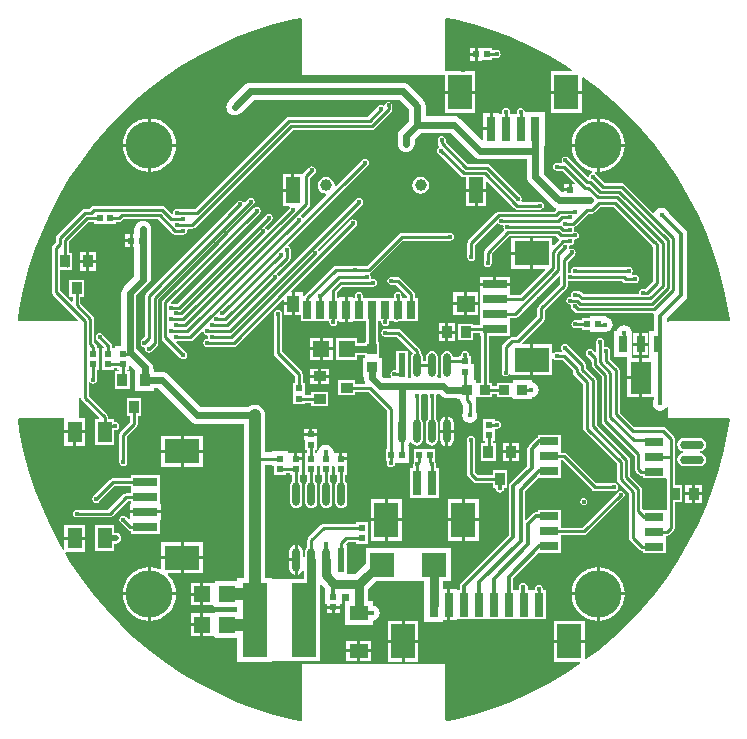
<source format=gbl>
%FSLAX44Y44*%
%MOMM*%
G71*
G01*
G75*
G04 Layer_Physical_Order=2*
G04 Layer_Color=16711680*
%ADD10R,0.8890X1.0160*%
%ADD11R,0.6000X0.5000*%
%ADD12R,1.3970X1.3970*%
%ADD13R,0.4064X0.5500*%
%ADD14R,0.3048X0.5500*%
G04:AMPARAMS|DCode=15|XSize=0.32mm|YSize=1.7mm|CornerRadius=0.08mm|HoleSize=0mm|Usage=FLASHONLY|Rotation=0.000|XOffset=0mm|YOffset=0mm|HoleType=Round|Shape=RoundedRectangle|*
%AMROUNDEDRECTD15*
21,1,0.3200,1.5400,0,0,0.0*
21,1,0.1600,1.7000,0,0,0.0*
1,1,0.1600,0.0800,-0.7700*
1,1,0.1600,-0.0800,-0.7700*
1,1,0.1600,-0.0800,0.7700*
1,1,0.1600,0.0800,0.7700*
%
%ADD15ROUNDEDRECTD15*%
%ADD16R,0.5000X1.7000*%
%ADD17R,0.5000X0.6000*%
%ADD18R,1.3500X0.3000*%
%ADD19R,1.3500X0.2500*%
G04:AMPARAMS|DCode=20|XSize=2mm|YSize=1.2mm|CornerRadius=0mm|HoleSize=0mm|Usage=FLASHONLY|Rotation=150.000|XOffset=0mm|YOffset=0mm|HoleType=Round|Shape=Rectangle|*
%AMROTATEDRECTD20*
4,1,4,1.1660,0.0196,0.5660,-1.0196,-1.1660,-0.0196,-0.5660,1.0196,1.1660,0.0196,0.0*
%
%ADD20ROTATEDRECTD20*%

G04:AMPARAMS|DCode=21|XSize=2.1mm|YSize=0.8mm|CornerRadius=0mm|HoleSize=0mm|Usage=FLASHONLY|Rotation=203.500|XOffset=0mm|YOffset=0mm|HoleType=Round|Shape=Rectangle|*
%AMROTATEDRECTD21*
4,1,4,0.8034,0.7855,1.1224,0.0519,-0.8034,-0.7855,-1.1224,-0.0519,0.8034,0.7855,0.0*
%
%ADD21ROTATEDRECTD21*%

G04:AMPARAMS|DCode=22|XSize=3mm|YSize=2.1mm|CornerRadius=0mm|HoleSize=0mm|Usage=FLASHONLY|Rotation=203.500|XOffset=0mm|YOffset=0mm|HoleType=Round|Shape=Rectangle|*
%AMROTATEDRECTD22*
4,1,4,0.9569,1.5610,1.7943,-0.3648,-0.9569,-1.5610,-1.7943,0.3648,0.9569,1.5610,0.0*
%
%ADD22ROTATEDRECTD22*%

%ADD23R,1.0000X1.6000*%
%ADD24R,0.7000X0.6000*%
%ADD25C,0.2540*%
%ADD26C,0.3000*%
%ADD27C,0.6000*%
%ADD28C,1.0000*%
%ADD29C,0.5000*%
%ADD30C,0.4000*%
%ADD31C,1.0000*%
%ADD32O,2.0000X0.7500*%
G04:AMPARAMS|DCode=33|XSize=4mm|YSize=4mm|CornerRadius=2mm|HoleSize=0mm|Usage=FLASHONLY|Rotation=0.000|XOffset=0mm|YOffset=0mm|HoleType=Round|Shape=RoundedRectangle|*
%AMROUNDEDRECTD33*
21,1,4.0000,0.0000,0,0,0.0*
21,1,0.0000,4.0000,0,0,0.0*
1,1,4.0000,0.0000,0.0000*
1,1,4.0000,0.0000,0.0000*
1,1,4.0000,0.0000,0.0000*
1,1,4.0000,0.0000,0.0000*
%
%ADD33ROUNDEDRECTD33*%
%ADD34C,0.4500*%
%ADD35R,1.3970X1.3970*%
G04:AMPARAMS|DCode=36|XSize=2mm|YSize=2mm|CornerRadius=0mm|HoleSize=0mm|Usage=FLASHONLY|Rotation=180.000|XOffset=0mm|YOffset=0mm|HoleType=Round|Shape=RoundedRectangle|*
%AMROUNDEDRECTD36*
21,1,2.0000,2.0000,0,0,180.0*
21,1,2.0000,2.0000,0,0,180.0*
1,1,0.0000,-1.0000,1.0000*
1,1,0.0000,1.0000,1.0000*
1,1,0.0000,1.0000,-1.0000*
1,1,0.0000,-1.0000,-1.0000*
%
%ADD36ROUNDEDRECTD36*%
%ADD37R,0.7000X1.6000*%
%ADD38R,1.1000X1.4000*%
%ADD39R,1.6000X1.4000*%
%ADD40R,1.2000X2.2000*%
%ADD41R,3.0000X2.1000*%
%ADD42R,2.1000X0.8000*%
%ADD43R,0.8128X0.8128*%
%ADD44R,1.0668X0.8128*%
%ADD45R,0.8128X0.8128*%
%ADD46R,0.8128X1.0668*%
%ADD47R,1.5200X0.7600*%
%ADD48R,1.8000X2.8000*%
%ADD49R,0.7000X1.4000*%
%ADD50O,0.6096X2.0320*%
%ADD51R,0.6096X2.0320*%
%ADD52R,1.2000X1.8000*%
%ADD53R,2.1500X6.3000*%
%ADD54R,1.6000X1.2000*%
%ADD55R,2.1000X3.0000*%
%ADD56R,0.8000X2.1000*%
%ADD57C,0.8000*%
G36*
X-60698Y297114D02*
Y250000D01*
X-60494Y249506D01*
X-60000Y249302D01*
X60000D01*
X60070Y249255D01*
Y236191D01*
X86150D01*
Y252461D01*
X60698D01*
Y297114D01*
X61680Y297919D01*
X67724Y296717D01*
X84254Y292453D01*
X100520Y287269D01*
X116469Y281181D01*
X132051Y274208D01*
X147219Y266372D01*
X161923Y257699D01*
X167943Y253676D01*
X167574Y252461D01*
X150070D01*
Y236191D01*
X176150D01*
Y246767D01*
X177286Y247334D01*
X189758Y237949D01*
X202801Y226935D01*
X215206Y215206D01*
X226935Y202801D01*
X237949Y189758D01*
X248214Y176117D01*
X257699Y161923D01*
X266372Y147219D01*
X274208Y132051D01*
X281181Y116469D01*
X287269Y100520D01*
X292453Y84254D01*
X296717Y67724D01*
X300048Y50980D01*
X301364Y41657D01*
X300531Y40698D01*
X250000D01*
X249506Y40494D01*
X249423Y40293D01*
X248178Y40541D01*
Y43242D01*
X263994Y59058D01*
X265209Y60877D01*
X265636Y63023D01*
Y114504D01*
X265209Y116650D01*
X263994Y118469D01*
X249708Y132755D01*
X249610Y133249D01*
X248228Y135316D01*
X246161Y136697D01*
X243722Y137182D01*
X241284Y136697D01*
X239216Y135316D01*
X237835Y133249D01*
X237821Y133180D01*
X236606Y132811D01*
X212137Y157279D01*
X211056Y158002D01*
X209780Y158256D01*
X195377D01*
X187879Y165754D01*
X186882Y166420D01*
X187309Y167616D01*
X188730Y167476D01*
Y188730D01*
X167476D01*
X167786Y185581D01*
X169075Y181333D01*
X171168Y177417D01*
X173985Y173985D01*
X177417Y171168D01*
X181333Y169075D01*
X185159Y167914D01*
X185097Y166646D01*
X184246Y166476D01*
X183164Y165754D01*
X182441Y164672D01*
X182239Y163654D01*
X181024Y163285D01*
X164691Y179618D01*
X163610Y180340D01*
X162334Y180594D01*
X161058Y180340D01*
X159976Y179618D01*
X159254Y178536D01*
X159000Y177260D01*
X159229Y176105D01*
X158424Y175124D01*
X154963D01*
X153687Y174870D01*
X152605Y174147D01*
X151883Y173065D01*
X151629Y171790D01*
X151883Y170514D01*
X152605Y169432D01*
X153687Y168709D01*
X154963Y168456D01*
X160003D01*
X170152Y158306D01*
X169666Y157132D01*
X167640D01*
Y152092D01*
X166370D01*
Y150822D01*
X160830D01*
Y150189D01*
X159515D01*
X143920Y165784D01*
Y185968D01*
Y189421D01*
X144860D01*
Y218421D01*
X128860D01*
Y218421D01*
X127655D01*
X127440Y219500D01*
X126718Y220582D01*
X125636Y221305D01*
X124360Y221559D01*
X123084Y221305D01*
X122002Y220582D01*
X121280Y219500D01*
X121026Y218225D01*
Y216421D01*
X118360D01*
D01*
D01*
X118360Y216421D01*
X117860Y216421D01*
Y216421D01*
X115194D01*
Y218225D01*
X114940Y219500D01*
X114218Y220582D01*
X113136Y221305D01*
X111860Y221559D01*
X110584Y221305D01*
X109502Y220582D01*
X108780Y219500D01*
X108526Y218225D01*
Y216421D01*
X105900D01*
Y216961D01*
X100630D01*
Y203921D01*
X99360D01*
Y202651D01*
X92820D01*
Y194414D01*
X91647Y193928D01*
X73133Y212442D01*
X71670Y213564D01*
X69967Y214270D01*
X68140Y214510D01*
X43890D01*
Y223520D01*
X43650Y225347D01*
X42944Y227050D01*
X41822Y228512D01*
X29760Y240575D01*
X28298Y241697D01*
X26595Y242402D01*
X24768Y242643D01*
X-104650D01*
X-106477Y242402D01*
X-108180Y241697D01*
X-109642Y240575D01*
X-122777Y227440D01*
X-123899Y225978D01*
X-124604Y224275D01*
X-124845Y222448D01*
X-124604Y220620D01*
X-123899Y218918D01*
X-122777Y217455D01*
X-121314Y216333D01*
X-119612Y215628D01*
X-117784Y215387D01*
X-115957Y215628D01*
X-114254Y216333D01*
X-112792Y217455D01*
X-101725Y228522D01*
X21843D01*
X29770Y220595D01*
Y210375D01*
X22508Y203112D01*
X21386Y201650D01*
X20680Y199947D01*
X20440Y198120D01*
Y191060D01*
X20680Y189232D01*
X21386Y187529D01*
X22508Y186067D01*
X23970Y184945D01*
X25673Y184240D01*
X27500Y183999D01*
X29327Y184240D01*
X31030Y184945D01*
X32492Y186067D01*
X33614Y187529D01*
X34320Y189232D01*
X34560Y191060D01*
Y195196D01*
X39755Y200390D01*
X65216D01*
X85178Y180428D01*
X86640Y179305D01*
X88343Y178600D01*
X90170Y178360D01*
X129800D01*
Y162860D01*
X129800Y162860D01*
X129800D01*
X130040Y161033D01*
X130745Y159330D01*
X131868Y157868D01*
X151599Y138137D01*
X153061Y137015D01*
X154118Y136577D01*
X154366Y135331D01*
X152816Y133781D01*
X105892D01*
X104616Y133528D01*
X103534Y132805D01*
X80192Y109463D01*
X79470Y108381D01*
X79216Y107105D01*
Y95250D01*
X79470Y93974D01*
X80192Y92893D01*
X81274Y92170D01*
X82550Y91916D01*
X83826Y92170D01*
X84908Y92893D01*
X85630Y93974D01*
X85884Y95250D01*
Y105724D01*
X104024Y123864D01*
X105288Y123740D01*
X105415Y123550D01*
X106497Y122827D01*
X107773Y122573D01*
X109078D01*
X109883Y121592D01*
X109696Y120650D01*
X109950Y119374D01*
X110672Y118293D01*
X110701Y118007D01*
X94067Y101373D01*
X93344Y100291D01*
X93090Y99016D01*
Y89872D01*
X93344Y88596D01*
X94067Y87515D01*
X95149Y86792D01*
X96425Y86538D01*
X97700Y86792D01*
X98782Y87515D01*
X99505Y88596D01*
X99759Y89872D01*
Y97634D01*
X114900Y112776D01*
X154608D01*
X156242Y111143D01*
X156242D01*
X156242Y111142D01*
X156242D01*
X156242Y111142D01*
Y111142D01*
X156242Y111142D01*
Y111142D01*
X156713Y110827D01*
X156838Y109564D01*
X152323Y105049D01*
X151150Y105535D01*
Y111380D01*
X134880D01*
Y98340D01*
Y85300D01*
X144895D01*
X145381Y84127D01*
X124178Y62924D01*
X115110D01*
Y65550D01*
X115650D01*
Y70820D01*
X89570D01*
Y65550D01*
X90110D01*
Y53590D01*
X90110Y53590D01*
X90110Y53090D01*
X90110D01*
Y41488D01*
X90110Y41488D01*
X90110D01*
X90110Y41090D01*
Y40840D01*
Y40590D01*
X90110Y40192D01*
X90110Y40192D01*
X90110D01*
Y37924D01*
X84345D01*
Y38830D01*
X71455D01*
Y24670D01*
X84345D01*
Y31256D01*
X90110D01*
Y28590D01*
X90646D01*
Y-11136D01*
X87916D01*
Y-11136D01*
X87702D01*
X86804Y-10238D01*
Y-9136D01*
X84470D01*
Y-8460D01*
X84470D01*
Y4540D01*
X82470D01*
Y11540D01*
X80804D01*
Y12700D01*
X80550Y13976D01*
X79827Y15057D01*
X78746Y15780D01*
X77470Y16034D01*
X76194Y15780D01*
X75113Y15057D01*
X74390Y13976D01*
X74136Y12700D01*
Y11540D01*
X72470D01*
Y10374D01*
X67036D01*
Y10592D01*
X66645Y12562D01*
X65529Y14231D01*
X63859Y15347D01*
X61890Y15739D01*
X59920Y15347D01*
X58250Y14231D01*
X57134Y12562D01*
X56743Y10592D01*
Y-3632D01*
X57134Y-5602D01*
X57260Y-5790D01*
X56661Y-6910D01*
X54418D01*
X53819Y-5790D01*
X53945Y-5602D01*
X54336Y-3632D01*
Y10592D01*
X53945Y12562D01*
X52829Y14231D01*
X51159Y15347D01*
X49190Y15739D01*
X47220Y15347D01*
X45550Y14231D01*
X44434Y12562D01*
X44043Y10592D01*
Y6814D01*
X41636D01*
Y10592D01*
X41245Y12562D01*
X40129Y14231D01*
X39824Y14435D01*
Y15322D01*
X39570Y16598D01*
X38847Y17680D01*
X23054Y33472D01*
X21972Y34195D01*
X20697Y34449D01*
X9737D01*
X8461Y34195D01*
X7379Y33472D01*
X6656Y32391D01*
X6403Y31115D01*
X6656Y29839D01*
X7379Y28758D01*
X8461Y28035D01*
X9737Y27781D01*
X19316D01*
X32851Y14245D01*
X32850Y14231D01*
X31734Y12562D01*
X31343Y10592D01*
Y-3632D01*
X31734Y-5602D01*
X31860Y-5790D01*
X31261Y-6910D01*
X28837D01*
Y15640D01*
X18742D01*
Y-476D01*
X17500D01*
X16224Y-730D01*
X15143Y-1452D01*
X14420Y-2534D01*
X14166Y-3810D01*
X14420Y-5086D01*
X14890Y-5789D01*
X14291Y-6910D01*
X8569D01*
X6794Y-5135D01*
Y10064D01*
X4794D01*
Y11176D01*
X4794D01*
Y23304D01*
X3818D01*
Y40800D01*
X4220Y40800D01*
Y40800D01*
X4237D01*
X5118Y40800D01*
X5118Y40800D01*
Y40800D01*
X6403D01*
Y40027D01*
X6656Y38751D01*
X7379Y37669D01*
X8461Y36946D01*
X9737Y36693D01*
X11013Y36946D01*
X12094Y37669D01*
X12817Y38751D01*
X13071Y40027D01*
Y40800D01*
X17534D01*
X17774Y40640D01*
X19050Y40386D01*
X20326Y40640D01*
X20566Y40800D01*
X25352D01*
X25352Y40800D01*
Y40800D01*
X26197Y40800D01*
X26223D01*
X26250D01*
X27095Y40800D01*
X27095Y40800D01*
Y40800D01*
X37250D01*
Y60800D01*
X35084D01*
Y63685D01*
X34830Y64961D01*
X34107Y66043D01*
X22514Y77636D01*
X21432Y78359D01*
X20156Y78613D01*
X14859D01*
X13583Y78359D01*
X12501Y77636D01*
X11779Y76555D01*
X11525Y75279D01*
X11779Y74003D01*
X12501Y72922D01*
X13583Y72199D01*
X14859Y71945D01*
X18775D01*
X28416Y62304D01*
Y60800D01*
X27095D01*
X27095Y60800D01*
Y60800D01*
X26250Y60800D01*
X26223D01*
X26197D01*
X25352Y60800D01*
X25352Y60800D01*
Y60800D01*
X23654D01*
Y62230D01*
X23400Y63506D01*
X22678Y64587D01*
X21596Y65310D01*
X20320Y65564D01*
X19044Y65310D01*
X17962Y64587D01*
X17240Y63506D01*
X16986Y62230D01*
Y60800D01*
X5118D01*
X5118Y60800D01*
Y60800D01*
X4237Y60800D01*
X4228D01*
X4220D01*
X3339Y60800D01*
X3339Y60800D01*
Y60800D01*
X-5922D01*
X-5922Y60800D01*
Y60800D01*
X-6780Y60800D01*
X-6800D01*
X-6820D01*
X-7678Y60800D01*
X-7678Y60800D01*
Y60800D01*
X-9307D01*
Y62230D01*
Y62500D01*
X-9561Y63776D01*
X-10283Y64858D01*
X-11365Y65580D01*
X-12641Y65834D01*
X-13917Y65580D01*
X-14999Y64858D01*
X-15721Y63776D01*
X-15975Y62500D01*
Y62230D01*
Y60800D01*
X-17247D01*
Y61340D01*
X-22017D01*
Y50800D01*
Y40260D01*
X-17247D01*
Y40800D01*
X-7678D01*
X-7678Y40800D01*
Y40800D01*
X-6820Y40800D01*
X-6780D01*
D01*
Y40800D01*
X-6378Y40800D01*
Y23304D01*
X-7334D01*
Y22523D01*
X-13860D01*
Y26410D01*
X-31830D01*
Y8440D01*
X-13860D01*
Y12327D01*
X-7334D01*
X-7334Y11176D01*
X-7334D01*
Y10962D01*
X-8232Y10064D01*
X-9334D01*
Y-6064D01*
X-8330D01*
Y-7056D01*
X-8090Y-8883D01*
X-7384Y-10586D01*
X-7180Y-10853D01*
X-7742Y-11992D01*
X-15527D01*
Y-9227D01*
X-30195D01*
Y-21355D01*
X-15527D01*
Y-18660D01*
X-4515D01*
X11216Y-34391D01*
Y-67390D01*
X10050D01*
Y-77390D01*
X11216D01*
Y-79262D01*
X11470Y-80538D01*
X12192Y-81619D01*
X13274Y-82342D01*
X14550Y-82596D01*
X15826Y-82342D01*
X16908Y-81619D01*
X17630Y-80538D01*
X17859Y-79390D01*
X30050D01*
Y-65390D01*
X29599D01*
X29037Y-64251D01*
X29946Y-63066D01*
X30501Y-61727D01*
X30947Y-61638D01*
X31784Y-61556D01*
X32850Y-63151D01*
X34520Y-64267D01*
X36490Y-64659D01*
X38459Y-64267D01*
X40129Y-63151D01*
X41245Y-61482D01*
X41636Y-59512D01*
Y-45288D01*
X41245Y-43318D01*
X40129Y-41649D01*
X39824Y-41445D01*
Y-22601D01*
X39706Y-22012D01*
X40512Y-21030D01*
X45507D01*
X46313Y-22012D01*
X46196Y-22601D01*
Y-41217D01*
X45550Y-41649D01*
X44434Y-43318D01*
X44043Y-45288D01*
Y-59512D01*
X44434Y-61482D01*
X45550Y-63151D01*
X47220Y-64267D01*
X49190Y-64659D01*
X51159Y-64267D01*
X52829Y-63151D01*
X53945Y-61482D01*
X54336Y-59512D01*
Y-45288D01*
X53945Y-43318D01*
X52864Y-41701D01*
Y-22601D01*
X52747Y-22012D01*
X53553Y-21030D01*
X55735D01*
X56897Y-22192D01*
X56897D01*
X56897Y-22192D01*
X56897D01*
X56897Y-22192D01*
Y-22192D01*
X56897Y-22192D01*
Y-22192D01*
X58359Y-23314D01*
X60062Y-24020D01*
X60062Y-24020D01*
X60062Y-24020D01*
D01*
X60062Y-24020D01*
X60062Y-24020D01*
X61890Y-24260D01*
X70676D01*
Y-25264D01*
X73367D01*
Y-25400D01*
X73776Y-27456D01*
X74941Y-29200D01*
X75907Y-30166D01*
Y-35711D01*
X75393Y-36480D01*
X74908Y-38919D01*
X75393Y-41358D01*
X76774Y-43425D01*
X78841Y-44806D01*
X81280Y-45291D01*
X83719Y-44806D01*
X85786Y-43425D01*
X87167Y-41358D01*
X87652Y-38919D01*
X87167Y-36480D01*
X86653Y-35711D01*
Y-27940D01*
X86244Y-25884D01*
X86244D01*
D01*
X86804Y-25264D01*
X86804D01*
Y-23264D01*
X87916D01*
Y-23264D01*
X100044D01*
Y-20534D01*
X104426D01*
Y-23264D01*
X116554D01*
Y-23264D01*
X116768D01*
X117666Y-24162D01*
Y-25264D01*
X133794D01*
Y-23484D01*
X135789Y-23087D01*
X137856Y-21706D01*
X139237Y-19639D01*
X139722Y-17200D01*
X139237Y-14761D01*
X137856Y-12694D01*
X135789Y-11313D01*
X133794Y-10916D01*
Y-9136D01*
X117666D01*
Y-11136D01*
X116554D01*
Y-11136D01*
X104426D01*
Y-13866D01*
X100044D01*
Y-11136D01*
X97314D01*
Y28590D01*
X115110D01*
Y40192D01*
X115110Y40192D01*
D01*
D01*
X115110Y40590D01*
Y40660D01*
Y40840D01*
X115110Y41090D01*
D01*
X115110Y41488D01*
X115110Y41488D01*
X115110D01*
Y43756D01*
X119480D01*
X120756Y44010D01*
X121838Y44732D01*
X156453Y79348D01*
X157626Y78861D01*
Y72171D01*
X139568Y54113D01*
X138846Y53032D01*
X138592Y51756D01*
Y45077D01*
X120739Y27224D01*
X116700D01*
X115424Y26970D01*
X114342Y26247D01*
X109502Y21407D01*
X108780Y20326D01*
X108526Y19050D01*
Y-2540D01*
X108780Y-3816D01*
X109502Y-4897D01*
X110584Y-5620D01*
X111860Y-5874D01*
X113136Y-5620D01*
X114218Y-4897D01*
X114855Y-3944D01*
X116070Y-4313D01*
Y-4700D01*
X132340D01*
Y8340D01*
Y21380D01*
X125985D01*
X125499Y22553D01*
X144283Y41338D01*
X145006Y42420D01*
X145260Y43696D01*
X145260Y43696D01*
X145260Y43696D01*
Y43696D01*
Y50375D01*
X163318Y68432D01*
X164040Y69514D01*
X164040Y69514D01*
X164040Y69514D01*
X164294Y70790D01*
Y74578D01*
X165276Y75384D01*
X166370Y75166D01*
X210357D01*
X211205Y74318D01*
X212286Y73596D01*
X213562Y73342D01*
X221232D01*
X222508Y73596D01*
X223590Y74318D01*
X224313Y75400D01*
X224566Y76676D01*
X224313Y77952D01*
X223590Y79033D01*
X222508Y79756D01*
X221232Y80010D01*
X219014D01*
X218258Y81143D01*
X218980Y82224D01*
X219234Y83500D01*
X218980Y84776D01*
X218258Y85857D01*
X217176Y86580D01*
X215900Y86834D01*
X170330D01*
X169054Y86580D01*
X167973Y85857D01*
X167250Y84776D01*
X166996Y83500D01*
X167250Y82224D01*
X167250D01*
X166370Y81834D01*
X165276Y81616D01*
X164294Y82422D01*
Y91149D01*
X169998Y96853D01*
X170720Y97934D01*
X170974Y99210D01*
X170720Y100486D01*
X169998Y101567D01*
X168916Y102290D01*
X167640Y102544D01*
X166364Y102290D01*
X166175Y102164D01*
X165119Y102869D01*
X165244Y103500D01*
X165108Y104184D01*
X165914Y105166D01*
X166370D01*
X167646Y105420D01*
X168727Y106143D01*
X169450Y107224D01*
X169704Y108500D01*
X169450Y109776D01*
X169450Y109776D01*
D01*
X170330Y110166D01*
X171606Y110420D01*
X172687Y111143D01*
X173410Y112224D01*
X173664Y113500D01*
X173410Y114776D01*
X172687Y115857D01*
X171606Y116580D01*
X170330Y116834D01*
X169450Y117224D01*
X169450D01*
X169704Y118500D01*
X169450Y119776D01*
X169709Y120402D01*
X169800Y120420D01*
X170881Y121143D01*
X181736Y131997D01*
X184727D01*
X186003Y132251D01*
X187084Y132974D01*
X192078Y137968D01*
X202597D01*
X235328Y105236D01*
X235811Y104914D01*
X236622Y104103D01*
Y74967D01*
X229759Y68104D01*
X227806D01*
X226530Y67850D01*
X225448Y67127D01*
X224726Y66046D01*
X224472Y64770D01*
X224524Y64505D01*
X223719Y63524D01*
X177862D01*
X175529Y65858D01*
X174447Y66580D01*
X173171Y66834D01*
X170330D01*
X169054Y66580D01*
X167973Y65858D01*
X167250Y64776D01*
X166996Y63500D01*
X167250Y62224D01*
X167250D01*
X166370Y61754D01*
X165094Y61500D01*
X164013Y60778D01*
X163290Y59696D01*
X163036Y58420D01*
X163290Y57144D01*
X164013Y56062D01*
X165094Y55340D01*
X166370Y55086D01*
X166370Y55086D01*
X166370Y55086D01*
X167250Y54776D01*
X166996Y53500D01*
X167250Y52224D01*
X167973Y51143D01*
X170363Y48752D01*
X171445Y48029D01*
X172721Y47776D01*
X236401D01*
X237207Y46794D01*
X236962Y45565D01*
Y32584D01*
X233363D01*
Y10584D01*
X233363D01*
Y10522D01*
X232465Y9624D01*
X227133D01*
Y-6916D01*
Y-23456D01*
X236962D01*
Y-25495D01*
X236683Y-25914D01*
X236198Y-28352D01*
X236683Y-30791D01*
X238064Y-32859D01*
X240131Y-34240D01*
X242570Y-34725D01*
X245009Y-34240D01*
X247076Y-32859D01*
X248086Y-31346D01*
X249302Y-31715D01*
Y-40000D01*
X249506Y-40494D01*
X250000Y-40698D01*
X300531D01*
X301364Y-41657D01*
X300048Y-50980D01*
X296717Y-67724D01*
X292453Y-84254D01*
X287269Y-100520D01*
X281181Y-116469D01*
X274208Y-132051D01*
X266372Y-147219D01*
X257699Y-161923D01*
X248214Y-176117D01*
X237949Y-189758D01*
X226935Y-202801D01*
X215206Y-215206D01*
X202801Y-226935D01*
X189758Y-237949D01*
X179826Y-245423D01*
X178690Y-244856D01*
Y-231400D01*
X152610D01*
Y-247670D01*
X174744D01*
X175113Y-248885D01*
X161923Y-257699D01*
X147219Y-266372D01*
X132051Y-274208D01*
X116469Y-281181D01*
X100520Y-287269D01*
X84254Y-292453D01*
X67724Y-296717D01*
X61680Y-297919D01*
X60698Y-297114D01*
Y-250000D01*
X60494Y-249506D01*
X60000Y-249302D01*
X-60000D01*
X-60494Y-249506D01*
X-60698Y-250000D01*
Y-297114D01*
X-61680Y-297919D01*
X-67724Y-296717D01*
X-84254Y-292453D01*
X-100520Y-287269D01*
X-116469Y-281181D01*
X-132051Y-274208D01*
X-147219Y-266372D01*
X-161923Y-257699D01*
X-176117Y-248214D01*
X-189758Y-237949D01*
X-202801Y-226935D01*
X-215206Y-215206D01*
X-226935Y-202801D01*
X-237949Y-189758D01*
X-248214Y-176117D01*
X-257699Y-161923D01*
X-261492Y-155493D01*
X-260862Y-154390D01*
X-244810D01*
Y-144120D01*
X-261890D01*
Y-152406D01*
X-263115Y-152740D01*
X-266372Y-147219D01*
X-274208Y-132051D01*
X-281181Y-116469D01*
X-287269Y-100520D01*
X-292453Y-84254D01*
X-296717Y-67724D01*
X-300048Y-50980D01*
X-301364Y-41657D01*
X-300531Y-40698D01*
X-261890D01*
Y-40698D01*
Y-41310D01*
X-261890Y-41596D01*
X-261890Y-41596D01*
X-261890D01*
Y-51580D01*
X-244810D01*
Y-41310D01*
X-248701D01*
X-249407Y-40254D01*
X-249302Y-40000D01*
Y-24262D01*
X-248038Y-24137D01*
X-247873Y-24967D01*
X-247150Y-26049D01*
X-247150Y-26049D01*
X-247150Y-26049D01*
X-232522Y-40677D01*
X-233008Y-41850D01*
X-235950D01*
Y-63850D01*
X-219950D01*
Y-51194D01*
X-218840D01*
X-217564Y-50940D01*
X-216483Y-50217D01*
X-215760Y-49136D01*
X-215506Y-47860D01*
X-215760Y-46584D01*
X-216483Y-45503D01*
X-217564Y-44780D01*
X-218840Y-44526D01*
X-219950D01*
Y-41850D01*
X-224616D01*
Y-40534D01*
X-224870Y-39258D01*
X-225592Y-38176D01*
X-241459Y-22310D01*
Y-10841D01*
X-240243Y-10473D01*
X-239848Y-11065D01*
X-238766Y-11788D01*
X-237490Y-12042D01*
X-236214Y-11788D01*
X-235133Y-11065D01*
X-234410Y-9983D01*
X-234156Y-8708D01*
Y-110D01*
X-232490D01*
Y8890D01*
Y17890D01*
X-234156D01*
Y19258D01*
X-234410Y20533D01*
X-235133Y21615D01*
X-236919Y23401D01*
Y43198D01*
X-237172Y44474D01*
X-237895Y45556D01*
X-248308Y55968D01*
Y61284D01*
X-245578D01*
Y75952D01*
X-257706D01*
Y61284D01*
X-254976D01*
Y57875D01*
X-256149Y57389D01*
X-265906Y67146D01*
Y84220D01*
X-259865D01*
X-259589Y84165D01*
X-259312Y84220D01*
X-255115D01*
Y98888D01*
X-257845D01*
Y108493D01*
X-241403Y124936D01*
X-236510D01*
Y123270D01*
X-218510D01*
Y124936D01*
X-215857D01*
X-214582Y125190D01*
X-213500Y125913D01*
X-213500Y125912D01*
X-213500Y125913D01*
X-211936Y127476D01*
X-182702D01*
X-170369Y115142D01*
X-169287Y114420D01*
X-168011Y114166D01*
X-161579D01*
X-160303Y114420D01*
X-159222Y115142D01*
X-158499Y116224D01*
X-158245Y117500D01*
X-158381Y118184D01*
X-157576Y119166D01*
X-153879D01*
X-152604Y119420D01*
X-151522Y120142D01*
X-151522Y120142D01*
X-151522Y120142D01*
X-68719Y202946D01*
X-1569D01*
X-294Y203200D01*
X788Y203923D01*
X14858Y217992D01*
X14858Y217992D01*
X14858Y217992D01*
X15580Y219074D01*
X15834Y220350D01*
Y223720D01*
X15580Y224996D01*
X14858Y226077D01*
X13776Y226800D01*
X12500Y227054D01*
X11224Y226800D01*
X10143Y226077D01*
X9420Y224996D01*
X9198Y223879D01*
X8024Y223393D01*
X7601Y223676D01*
X6326Y223930D01*
X5050Y223676D01*
X3968Y222953D01*
X-4831Y214154D01*
X-71980D01*
X-73256Y213900D01*
X-74338Y213178D01*
X-151376Y136139D01*
X-166463D01*
X-167739Y135885D01*
X-168821Y135162D01*
X-169543Y134081D01*
X-169797Y132805D01*
X-169632Y131975D01*
X-170752Y131377D01*
X-177083Y137708D01*
X-178165Y138430D01*
X-179441Y138684D01*
X-236618D01*
X-237894Y138430D01*
X-238976Y137708D01*
X-240539Y136144D01*
X-244664D01*
X-245940Y135890D01*
X-247022Y135168D01*
X-268077Y114112D01*
X-268800Y113031D01*
X-269053Y111755D01*
Y107630D01*
X-271597Y105086D01*
X-272320Y104004D01*
X-272574Y102728D01*
Y65765D01*
X-272320Y64489D01*
X-271597Y63407D01*
X-271598Y63407D01*
X-271597Y63407D01*
X-250062Y41872D01*
X-250548Y40698D01*
X-300531D01*
X-301364Y41657D01*
X-300048Y50980D01*
X-296717Y67724D01*
X-292453Y84254D01*
X-287269Y100520D01*
X-281181Y116469D01*
X-274208Y132051D01*
X-266372Y147219D01*
X-257699Y161923D01*
X-248214Y176117D01*
X-237949Y189758D01*
X-226935Y202801D01*
X-215206Y215206D01*
X-202801Y226935D01*
X-189758Y237949D01*
X-176117Y248214D01*
X-161923Y257699D01*
X-147219Y266372D01*
X-132051Y274208D01*
X-116469Y281181D01*
X-100520Y287269D01*
X-84254Y292453D01*
X-67724Y296717D01*
X-61680Y297919D01*
X-60698Y297114D01*
D02*
G37*
%LPC*%
G36*
X277876Y-106272D02*
X272161D01*
Y-112622D01*
X277876D01*
Y-106272D01*
D02*
G37*
G36*
X177870Y-108854D02*
X176758Y-109075D01*
X175815Y-109705D01*
X175185Y-110648D01*
X174964Y-111760D01*
X175185Y-112872D01*
X175815Y-113815D01*
X176758Y-114445D01*
X177870Y-114666D01*
X178982Y-114445D01*
X179925Y-113815D01*
X180555Y-112872D01*
X180776Y-111760D01*
X180555Y-110648D01*
X179925Y-109705D01*
X178982Y-109075D01*
X177870Y-108854D01*
D02*
G37*
G36*
X269621Y-106272D02*
X263906D01*
Y-112622D01*
X269621D01*
Y-106272D01*
D02*
G37*
G36*
Y-97382D02*
X263906D01*
Y-103732D01*
X269621D01*
Y-97382D01*
D02*
G37*
G36*
X277876D02*
X272161D01*
Y-103732D01*
X277876D01*
Y-97382D01*
D02*
G37*
G36*
X52180Y-67390D02*
X34180D01*
Y-77390D01*
X34180D01*
X34180Y-78090D01*
X33750Y-78734D01*
X33496Y-80010D01*
Y-83760D01*
X30930D01*
Y-108760D01*
X42930D01*
Y-108760D01*
X42930D01*
X42930Y-108760D01*
X43430D01*
Y-108760D01*
X55430D01*
Y-83760D01*
X52764D01*
Y-80513D01*
X52864Y-80010D01*
X52610Y-78734D01*
X52180Y-78090D01*
X52180Y-77390D01*
X52180D01*
Y-67390D01*
D02*
G37*
G36*
X82363Y-56168D02*
X81087Y-56422D01*
X80005Y-57145D01*
X79282Y-58227D01*
X79029Y-59503D01*
Y-88067D01*
X79282Y-89342D01*
X80005Y-90424D01*
X84610Y-95029D01*
X85259Y-95463D01*
X85692Y-95752D01*
X86968Y-96006D01*
X100565D01*
Y-100006D01*
X103061D01*
Y-100724D01*
X103332Y-102090D01*
X104106Y-103247D01*
X105264Y-104021D01*
X106629Y-104293D01*
X107995Y-104021D01*
X109153Y-103247D01*
X109926Y-102090D01*
X110198Y-100724D01*
Y-100006D01*
X112693D01*
Y-85338D01*
X100565D01*
Y-89338D01*
X88349D01*
X85697Y-86686D01*
Y-59503D01*
X85443Y-58227D01*
X84720Y-57145D01*
X83638Y-56422D01*
X82363Y-56168D01*
D02*
G37*
G36*
X-47800Y-56273D02*
X-58880D01*
Y-60043D01*
X-58340D01*
Y-68503D01*
X-56674D01*
Y-71010D01*
X-58340D01*
Y-80010D01*
Y-89010D01*
X-56334D01*
Y-94314D01*
X-56639Y-94519D01*
X-57755Y-96188D01*
X-58146Y-98158D01*
Y-112382D01*
X-57755Y-114352D01*
X-56639Y-116021D01*
X-54969Y-117137D01*
X-53000Y-117529D01*
X-51030Y-117137D01*
X-49360Y-116021D01*
X-48244Y-114352D01*
X-47853Y-112382D01*
Y-98158D01*
X-48244Y-96188D01*
X-49360Y-94519D01*
X-49665Y-94314D01*
Y-89010D01*
X-48340D01*
Y-82710D01*
X-47640Y-82010D01*
X-47442Y-82010D01*
X-47442Y-82010D01*
Y-82010D01*
X-45640D01*
Y-89010D01*
X-43634D01*
Y-94314D01*
X-43939Y-94519D01*
X-45055Y-96188D01*
X-45446Y-98158D01*
Y-112382D01*
X-45055Y-114352D01*
X-43939Y-116021D01*
X-42269Y-117137D01*
X-40300Y-117529D01*
X-38330Y-117137D01*
X-36660Y-116021D01*
X-35544Y-114352D01*
X-35153Y-112382D01*
Y-98158D01*
X-35544Y-96188D01*
X-36660Y-94519D01*
X-36965Y-94314D01*
Y-89010D01*
X-35640D01*
Y-82010D01*
X-33838D01*
X-33838Y-82010D01*
Y-82010D01*
X-33640Y-82010D01*
X-32940Y-82710D01*
Y-89010D01*
X-30934D01*
Y-94314D01*
X-31239Y-94519D01*
X-32355Y-96188D01*
X-32746Y-98158D01*
Y-112382D01*
X-32355Y-114352D01*
X-31239Y-116021D01*
X-29569Y-117137D01*
X-27599Y-117529D01*
X-25630Y-117137D01*
X-23960Y-116021D01*
X-22844Y-114352D01*
X-22453Y-112382D01*
Y-98158D01*
X-22844Y-96188D01*
X-23960Y-94519D01*
X-24265Y-94314D01*
Y-89010D01*
X-22940D01*
Y-80550D01*
X-22400D01*
Y-76780D01*
X-27940D01*
Y-75510D01*
X-29210D01*
Y-70470D01*
X-32742D01*
X-32742Y-70470D01*
Y-70470D01*
X-33480Y-70470D01*
X-33640Y-70310D01*
Y-69010D01*
X-34435D01*
X-34753Y-67411D01*
X-36134Y-65344D01*
X-38201Y-63963D01*
X-40640Y-63478D01*
X-43079Y-63963D01*
X-45146Y-65344D01*
X-46527Y-67411D01*
X-46845Y-69010D01*
X-47640D01*
Y-71010D01*
X-47640D01*
X-48340D01*
X-48538Y-71010D01*
X-48538Y-71010D01*
Y-71010D01*
X-50006D01*
Y-68503D01*
X-48340D01*
Y-60043D01*
X-47800D01*
Y-56273D01*
D02*
G37*
G36*
X-180260Y-121820D02*
X-206340D01*
Y-126426D01*
X-207513Y-126912D01*
X-209783Y-124642D01*
X-210865Y-123920D01*
X-212141Y-123666D01*
X-213417Y-123920D01*
X-214498Y-124642D01*
X-215221Y-125724D01*
X-215475Y-127000D01*
X-215221Y-128276D01*
X-214498Y-129358D01*
X-208448Y-135407D01*
D01*
X-208448D01*
Y-135407D01*
D01*
X-208448D01*
Y-135408D01*
X-208448D01*
X-208448Y-135408D01*
Y-135408D01*
X-208448Y-135408D01*
Y-135408D01*
X-207367Y-136130D01*
X-206091Y-136384D01*
X-205800D01*
Y-139050D01*
X-180800D01*
Y-127090D01*
X-180260D01*
Y-121820D01*
D02*
G37*
G36*
X9410Y-109720D02*
X-2360D01*
Y-125990D01*
X9410D01*
Y-109720D01*
D02*
G37*
G36*
X88720Y-128530D02*
X76950D01*
Y-144800D01*
X88720D01*
Y-128530D01*
D02*
G37*
G36*
X-244810Y-131310D02*
X-261890D01*
Y-141580D01*
X-244810D01*
Y-131310D01*
D02*
G37*
G36*
X88720Y-109720D02*
X76950D01*
Y-125990D01*
X88720D01*
Y-109720D01*
D02*
G37*
G36*
X-180800Y-89550D02*
X-205800D01*
Y-92216D01*
X-220891D01*
X-222167Y-92470D01*
X-223249Y-93193D01*
X-237308Y-107252D01*
X-238030Y-108333D01*
X-238284Y-109609D01*
X-238030Y-110885D01*
X-237308Y-111967D01*
X-236226Y-112689D01*
X-234950Y-112943D01*
X-233674Y-112689D01*
X-232593Y-111967D01*
X-219510Y-98884D01*
X-205800D01*
Y-101152D01*
X-205800Y-101152D01*
X-205800D01*
X-205800Y-101550D01*
Y-101800D01*
Y-102050D01*
X-205800Y-102448D01*
X-205800Y-102448D01*
X-205800D01*
Y-104716D01*
X-209650D01*
X-210926Y-104970D01*
X-212008Y-105693D01*
X-224901Y-118586D01*
X-251591D01*
X-252867Y-118840D01*
X-253948Y-119563D01*
X-254671Y-120644D01*
X-254925Y-121920D01*
X-254671Y-123196D01*
X-253948Y-124277D01*
X-252867Y-125000D01*
X-251591Y-125254D01*
X-223520D01*
X-222244Y-125000D01*
X-221162Y-124277D01*
X-221162Y-124278D01*
X-221162Y-124277D01*
X-208269Y-111384D01*
X-205800D01*
Y-114010D01*
X-206340D01*
Y-119280D01*
X-180260D01*
Y-114010D01*
X-180800D01*
Y-102448D01*
X-180800Y-102448D01*
D01*
D01*
X-180800Y-102050D01*
Y-101980D01*
Y-101800D01*
X-180800Y-101550D01*
D01*
X-180800Y-101152D01*
X-180800Y-101152D01*
X-180800D01*
Y-89550D01*
D02*
G37*
G36*
X23720Y-109720D02*
X11950D01*
Y-125990D01*
X23720D01*
Y-109720D01*
D02*
G37*
G36*
X74410D02*
X62640D01*
Y-125990D01*
X74410D01*
Y-109720D01*
D02*
G37*
G36*
X-163570Y-56260D02*
X-179840D01*
Y-68030D01*
X-163570D01*
Y-56260D01*
D02*
G37*
G36*
X-144760D02*
X-161030D01*
Y-68030D01*
X-144760D01*
Y-56260D01*
D02*
G37*
G36*
X114897Y-61862D02*
X109563D01*
Y-68466D01*
X114897D01*
Y-61862D01*
D02*
G37*
G36*
X122771D02*
X117437D01*
Y-68466D01*
X122771D01*
Y-61862D01*
D02*
G37*
G36*
X67587Y-53670D02*
X63159D01*
Y-64957D01*
X64070Y-64776D01*
X65918Y-63541D01*
X67153Y-61692D01*
X67587Y-59512D01*
Y-53670D01*
D02*
G37*
G36*
X-254620Y-54120D02*
X-261890D01*
Y-64390D01*
X-254620D01*
Y-54120D01*
D02*
G37*
G36*
X158190Y-55090D02*
X138990D01*
Y-57477D01*
X138404Y-57593D01*
X137247Y-58367D01*
X131077Y-64537D01*
X130303Y-65694D01*
X130031Y-67060D01*
Y-81773D01*
X115587Y-96218D01*
X114813Y-97375D01*
X114541Y-98741D01*
Y-140031D01*
X73777Y-180796D01*
X73003Y-181953D01*
X72731Y-183319D01*
Y-186630D01*
X71038D01*
X71038Y-186630D01*
Y-186630D01*
X70300Y-186630D01*
X70140Y-186090D01*
X69402Y-186090D01*
X69402Y-186090D01*
Y-186090D01*
X64870D01*
Y-199130D01*
Y-212170D01*
X69402D01*
X69402Y-212170D01*
Y-212170D01*
X70140Y-212170D01*
X70300Y-211630D01*
X71038Y-211630D01*
X71038Y-211630D01*
Y-211630D01*
X82300D01*
Y-211630D01*
X82300D01*
X82300Y-211630D01*
X83000D01*
Y-211630D01*
X95000D01*
Y-211630D01*
X95000D01*
X95000Y-211630D01*
X95500D01*
Y-211630D01*
X107302D01*
X107302Y-211630D01*
Y-211630D01*
X107500Y-211630D01*
X107850D01*
X108200D01*
X108398Y-211630D01*
X108398Y-211630D01*
Y-211630D01*
X120002D01*
X120002Y-211630D01*
Y-211630D01*
X120200Y-211630D01*
X120550D01*
X120900D01*
X121098Y-211630D01*
X121098Y-211630D01*
Y-211630D01*
X132702D01*
X132702Y-211630D01*
Y-211630D01*
X132900Y-211630D01*
X133250D01*
X133600D01*
X133798Y-211630D01*
X133798Y-211630D01*
Y-211630D01*
X145600D01*
Y-186630D01*
X143034D01*
Y-185420D01*
X142780Y-184144D01*
X142058Y-183062D01*
X140976Y-182340D01*
X139700Y-182086D01*
X138424Y-182340D01*
X137343Y-183062D01*
X136620Y-184144D01*
X136366Y-185420D01*
Y-186630D01*
X133798D01*
X133798Y-186630D01*
Y-186630D01*
X133600Y-186630D01*
X133250D01*
X132900D01*
X132702Y-186630D01*
X132702Y-186630D01*
Y-186630D01*
X130250D01*
Y-184150D01*
X129978Y-182784D01*
X129205Y-181627D01*
X128047Y-180853D01*
X126681Y-180581D01*
X125316Y-180853D01*
X124158Y-181627D01*
X123384Y-182784D01*
X123113Y-184150D01*
Y-186630D01*
X121098D01*
X121098Y-186630D01*
Y-186630D01*
X120900Y-186630D01*
X120550D01*
X120200D01*
X120002Y-186630D01*
X120002Y-186630D01*
Y-186630D01*
X117769D01*
Y-176838D01*
X139017Y-155590D01*
X158190D01*
Y-143990D01*
D01*
Y-143990D01*
X158190Y-143990D01*
Y-142890D01*
X158190D01*
Y-140424D01*
X177870D01*
X179146Y-140170D01*
X180228Y-139447D01*
X211329Y-108346D01*
X212052Y-107264D01*
X212305Y-105989D01*
X212052Y-104713D01*
X211329Y-103631D01*
X210247Y-102908D01*
X208971Y-102655D01*
X207696Y-102908D01*
X206614Y-103631D01*
X176489Y-133756D01*
X158190D01*
Y-131290D01*
D01*
Y-131290D01*
X158190Y-131290D01*
Y-130190D01*
X158190D01*
Y-118590D01*
X138990D01*
Y-120821D01*
X137230D01*
X135864Y-121093D01*
X134707Y-121867D01*
X129202Y-127371D01*
X128029Y-126885D01*
Y-103148D01*
X139087Y-92090D01*
X158190D01*
Y-80490D01*
D01*
Y-80490D01*
X158190Y-80490D01*
Y-79390D01*
X158190D01*
Y-76924D01*
X159820D01*
X184713Y-101817D01*
X185795Y-102540D01*
X185795Y-102540D01*
X185795Y-102540D01*
D01*
X185795Y-102540D01*
X185795Y-102540D01*
X187071Y-102793D01*
X203529D01*
X204805Y-102540D01*
X205886Y-101817D01*
X206609Y-100735D01*
X206863Y-99459D01*
X206609Y-98183D01*
X205886Y-97102D01*
X204805Y-96379D01*
X203529Y-96125D01*
X188452D01*
X163559Y-71233D01*
X162477Y-70510D01*
X161201Y-70256D01*
X158190D01*
Y-67790D01*
D01*
Y-67790D01*
X158190Y-67790D01*
Y-66690D01*
X158190D01*
Y-55090D01*
D02*
G37*
G36*
X60620Y-53670D02*
X56192D01*
Y-59512D01*
X56626Y-61692D01*
X57861Y-63541D01*
X59709Y-64776D01*
X60620Y-64957D01*
Y-53670D01*
D02*
G37*
G36*
X275490Y-57754D02*
X262990D01*
X260746Y-58200D01*
X258845Y-59471D01*
X257574Y-61373D01*
X257127Y-63617D01*
X257574Y-65860D01*
X258845Y-67762D01*
X260746Y-69033D01*
X262013Y-69285D01*
Y-70555D01*
X260746Y-70807D01*
X258845Y-72078D01*
X257574Y-73980D01*
X257127Y-76223D01*
X257574Y-78467D01*
X258845Y-80369D01*
X260746Y-81640D01*
X262990Y-82086D01*
X275490D01*
X277733Y-81640D01*
X279636Y-80369D01*
X280906Y-78467D01*
X281353Y-76223D01*
X280906Y-73980D01*
X279636Y-72078D01*
X277733Y-70807D01*
X276467Y-70555D01*
Y-69285D01*
X277733Y-69033D01*
X279636Y-67762D01*
X280906Y-65860D01*
X281353Y-63617D01*
X280906Y-61373D01*
X279636Y-59471D01*
X277733Y-58200D01*
X275490Y-57754D01*
D02*
G37*
G36*
X114897Y-71006D02*
X109563D01*
Y-77610D01*
X114897D01*
Y-71006D01*
D02*
G37*
G36*
X-163570Y-70570D02*
X-179840D01*
Y-82340D01*
X-163570D01*
Y-70570D01*
D02*
G37*
G36*
X-144760D02*
X-161030D01*
Y-82340D01*
X-144760D01*
Y-70570D01*
D02*
G37*
G36*
X-60500Y-70470D02*
X-64770D01*
Y-74240D01*
X-60500D01*
Y-70470D01*
D02*
G37*
G36*
X-22400D02*
X-26670D01*
Y-74240D01*
X-22400D01*
Y-70470D01*
D02*
G37*
G36*
X122771Y-71006D02*
X117437D01*
Y-77610D01*
X122771D01*
Y-71006D01*
D02*
G37*
G36*
X102790Y-42109D02*
X92790D01*
Y-51109D01*
Y-60110D01*
X94456D01*
Y-62402D01*
X91027D01*
Y-77070D01*
X103155D01*
Y-62402D01*
X101124D01*
Y-60110D01*
X102790D01*
Y-51109D01*
Y-49944D01*
X104614D01*
X105890Y-49690D01*
X106972Y-48967D01*
X107694Y-47885D01*
X107948Y-46610D01*
X107694Y-45334D01*
X106972Y-44252D01*
X105890Y-43529D01*
X104614Y-43275D01*
X102790D01*
Y-42109D01*
D02*
G37*
G36*
X-146685Y-206375D02*
X-154940D01*
Y-214630D01*
X-146685D01*
Y-206375D01*
D02*
G37*
G36*
X-191270Y-191270D02*
X-212524D01*
X-212214Y-194419D01*
X-210925Y-198667D01*
X-208832Y-202583D01*
X-206015Y-206015D01*
X-202583Y-208832D01*
X-198667Y-210925D01*
X-194419Y-212214D01*
X-191270Y-212524D01*
Y-191270D01*
D02*
G37*
G36*
X178690Y-212590D02*
X152610D01*
Y-228860D01*
X178690D01*
Y-212590D01*
D02*
G37*
G36*
X-146685Y-217170D02*
X-154940D01*
Y-225425D01*
X-146685D01*
Y-217170D01*
D02*
G37*
G36*
X212524Y-191270D02*
X191270D01*
Y-212524D01*
X194419Y-212214D01*
X198667Y-210925D01*
X202583Y-208832D01*
X206015Y-206015D01*
X208832Y-202583D01*
X210925Y-198667D01*
X212214Y-194419D01*
X212524Y-191270D01*
D02*
G37*
G36*
X-35560Y-202620D02*
X-39830D01*
Y-206390D01*
X-35560D01*
Y-202620D01*
D02*
G37*
G36*
X-167476Y-191270D02*
X-188730D01*
Y-212524D01*
X-185581Y-212214D01*
X-181333Y-210925D01*
X-177417Y-208832D01*
X-173985Y-206015D01*
X-171168Y-202583D01*
X-169075Y-198667D01*
X-167786Y-194419D01*
X-167476Y-191270D01*
D02*
G37*
G36*
X188730D02*
X167476D01*
X167786Y-194419D01*
X169075Y-198667D01*
X171168Y-202583D01*
X173985Y-206015D01*
X177417Y-208832D01*
X181333Y-210925D01*
X185581Y-212214D01*
X188730Y-212524D01*
Y-191270D01*
D02*
G37*
G36*
X-13970Y-239520D02*
X-23240D01*
Y-246790D01*
X-13970D01*
Y-239520D01*
D02*
G37*
G36*
X-2160D02*
X-11430D01*
Y-246790D01*
X-2160D01*
Y-239520D01*
D02*
G37*
G36*
X23580Y-231400D02*
X11810D01*
Y-247670D01*
X23580D01*
Y-231400D01*
D02*
G37*
G36*
X37890D02*
X26120D01*
Y-247670D01*
X37890D01*
Y-231400D01*
D02*
G37*
G36*
X23580Y-212590D02*
X11810D01*
Y-228860D01*
X23580D01*
Y-212590D01*
D02*
G37*
G36*
X37890D02*
X26120D01*
Y-228860D01*
X37890D01*
Y-212590D01*
D02*
G37*
G36*
X-13970Y-229710D02*
X-23240D01*
Y-236980D01*
X-13970D01*
Y-229710D01*
D02*
G37*
G36*
X-2160D02*
X-11430D01*
Y-236980D01*
X-2160D01*
Y-229710D01*
D02*
G37*
G36*
X-163570Y-146260D02*
X-179840D01*
Y-158030D01*
X-163570D01*
Y-146260D01*
D02*
G37*
G36*
X-144760D02*
X-161030D01*
Y-158030D01*
X-144760D01*
Y-146260D01*
D02*
G37*
G36*
X-163570Y-160570D02*
X-179840D01*
Y-168638D01*
X-180929Y-169291D01*
X-181333Y-169075D01*
X-185581Y-167786D01*
X-188730Y-167476D01*
Y-188730D01*
X-167476D01*
X-167786Y-185581D01*
X-169075Y-181333D01*
X-171168Y-177417D01*
X-173985Y-173985D01*
X-174532Y-173536D01*
X-174104Y-172340D01*
X-163570D01*
Y-160570D01*
D02*
G37*
G36*
X-66969Y-148593D02*
X-67880Y-148774D01*
X-69728Y-150009D01*
X-70963Y-151858D01*
X-71397Y-154038D01*
Y-159880D01*
X-66969D01*
Y-148593D01*
D02*
G37*
G36*
X23720Y-128530D02*
X11950D01*
Y-144800D01*
X23720D01*
Y-128530D01*
D02*
G37*
G36*
X74410D02*
X62640D01*
Y-144800D01*
X74410D01*
Y-128530D01*
D02*
G37*
G36*
X-219950Y-131850D02*
X-235950D01*
Y-153850D01*
X-219950D01*
Y-147438D01*
X-218762D01*
X-218360Y-147518D01*
X-216604Y-147169D01*
X-215116Y-146174D01*
X-214121Y-144686D01*
X-213772Y-142930D01*
X-214121Y-141174D01*
X-215116Y-139686D01*
X-215196Y-139606D01*
X-216684Y-138611D01*
X-218440Y-138262D01*
X-219950D01*
Y-131850D01*
D02*
G37*
G36*
X9410Y-128530D02*
X-2360D01*
Y-144800D01*
X9410D01*
Y-128530D01*
D02*
G37*
G36*
X-146685Y-180714D02*
X-154940D01*
Y-188969D01*
X-146685D01*
Y-180714D01*
D02*
G37*
G36*
X-191270Y-167476D02*
X-194419Y-167786D01*
X-198667Y-169075D01*
X-202583Y-171168D01*
X-206015Y-173985D01*
X-208832Y-177417D01*
X-210925Y-181333D01*
X-212214Y-185581D01*
X-212524Y-188730D01*
X-191270D01*
Y-167476D01*
D02*
G37*
G36*
X-28750Y-202620D02*
X-33020D01*
Y-206390D01*
X-28750D01*
Y-202620D01*
D02*
G37*
G36*
X-146685Y-191509D02*
X-154940D01*
Y-199764D01*
X-146685D01*
Y-191509D01*
D02*
G37*
G36*
X-66969Y-162420D02*
X-71397D01*
Y-168262D01*
X-70963Y-170442D01*
X-69728Y-172291D01*
X-67880Y-173526D01*
X-66969Y-173707D01*
Y-162420D01*
D02*
G37*
G36*
X-144760Y-160570D02*
X-161030D01*
Y-172340D01*
X-144760D01*
Y-160570D01*
D02*
G37*
G36*
X188730Y-167476D02*
X185581Y-167786D01*
X181333Y-169075D01*
X177417Y-171168D01*
X173985Y-173985D01*
X171168Y-177417D01*
X169075Y-181333D01*
X167786Y-185581D01*
X167476Y-188730D01*
X188730D01*
Y-167476D01*
D02*
G37*
G36*
X191270D02*
Y-188730D01*
X212524D01*
X212214Y-185581D01*
X210925Y-181333D01*
X208832Y-177417D01*
X206015Y-173985D01*
X202583Y-171168D01*
X198667Y-169075D01*
X194419Y-167786D01*
X191270Y-167476D01*
D02*
G37*
G36*
X-244810Y-54120D02*
X-252080D01*
Y-64390D01*
X-244810D01*
Y-54120D01*
D02*
G37*
G36*
X-206430Y114649D02*
X-210200D01*
Y110379D01*
X-206430D01*
Y114649D01*
D02*
G37*
G36*
X57500Y197994D02*
X56224Y197740D01*
X55142Y197017D01*
X54420Y195936D01*
X54166Y194660D01*
Y191420D01*
X54420Y190144D01*
X55089Y189142D01*
X54841Y187897D01*
X54662Y187778D01*
X53940Y186696D01*
X53686Y185420D01*
X53940Y184144D01*
X54662Y183062D01*
X73713Y164013D01*
X74794Y163290D01*
X76070Y163036D01*
X78177D01*
Y153150D01*
X95257D01*
Y158590D01*
X96430Y159076D01*
X119114Y136392D01*
X120195Y135670D01*
X121471Y135416D01*
X140650D01*
X141926Y135670D01*
X143007Y136392D01*
X143730Y137474D01*
X143984Y138750D01*
X143730Y140026D01*
X143007Y141108D01*
X141926Y141830D01*
X140650Y142084D01*
X125458D01*
X124859Y143204D01*
X125012Y143434D01*
X125266Y144710D01*
X125012Y145985D01*
X124290Y147067D01*
X98089Y173267D01*
X97008Y173990D01*
X95732Y174244D01*
X79391D01*
X60834Y192801D01*
Y194660D01*
X60580Y195936D01*
X59858Y197017D01*
X58776Y197740D01*
X57500Y197994D01*
D02*
G37*
G36*
X132340Y111380D02*
X116070D01*
Y99610D01*
X132340D01*
Y111380D01*
D02*
G37*
G36*
X-206430Y107839D02*
X-210200D01*
Y103569D01*
X-206430D01*
Y107839D01*
D02*
G37*
G36*
X-104140Y145565D02*
X-105416Y145311D01*
X-106497Y144588D01*
X-109282Y141804D01*
X-110545Y141929D01*
X-110672Y142119D01*
X-111754Y142841D01*
X-113030Y143095D01*
X-114306Y142841D01*
X-115387Y142119D01*
X-192507Y64998D01*
X-193230Y63917D01*
X-193484Y62641D01*
Y28041D01*
X-196667Y24857D01*
X-197390Y23776D01*
X-197644Y22500D01*
X-197390Y21224D01*
X-196667Y20143D01*
X-195586Y19420D01*
X-194414Y19187D01*
X-193709Y18131D01*
X-193834Y17500D01*
X-193580Y16224D01*
X-192857Y15143D01*
X-191776Y14420D01*
X-190500Y14166D01*
X-189224Y14420D01*
X-188143Y15143D01*
X-183253Y20032D01*
X-182530Y21114D01*
X-182530Y21114D01*
X-182530Y21114D01*
X-182276Y22390D01*
Y59380D01*
X-101783Y139873D01*
X-101060Y140955D01*
X-100806Y142231D01*
X-101060Y143506D01*
X-101783Y144588D01*
X-102864Y145311D01*
X-104140Y145565D01*
D02*
G37*
G36*
X39653Y162987D02*
X37826Y162746D01*
X36123Y162041D01*
X34661Y160919D01*
X33539Y159457D01*
X32834Y157754D01*
X32593Y155927D01*
X32834Y154099D01*
X33539Y152396D01*
X34661Y150934D01*
X36123Y149812D01*
X37826Y149107D01*
X39653Y148866D01*
X41481Y149107D01*
X43184Y149812D01*
X44646Y150934D01*
X45768Y152396D01*
X46473Y154099D01*
X46714Y155927D01*
X46473Y157754D01*
X45768Y159457D01*
X44646Y160919D01*
X43184Y162041D01*
X41481Y162746D01*
X39653Y162987D01*
D02*
G37*
G36*
X85447Y150610D02*
X78177D01*
Y138340D01*
X85447D01*
Y150610D01*
D02*
G37*
G36*
X95257D02*
X87987D01*
Y138340D01*
X95257D01*
Y150610D01*
D02*
G37*
G36*
X115650Y78630D02*
X103880D01*
Y73360D01*
X115650D01*
Y78630D01*
D02*
G37*
G36*
X-243374Y90284D02*
X-248708D01*
Y83680D01*
X-243374D01*
Y90284D01*
D02*
G37*
G36*
X-195580Y125830D02*
X-197407Y125590D01*
X-199110Y124885D01*
X-200572Y123762D01*
X-201695Y122300D01*
X-202400Y120597D01*
X-202640Y118770D01*
Y116109D01*
X-202660D01*
Y114649D01*
X-203890D01*
Y109109D01*
Y103569D01*
X-202660D01*
Y102109D01*
X-202640D01*
Y78880D01*
X-211572Y69948D01*
X-212694Y68485D01*
X-213400Y66782D01*
X-213640Y64955D01*
Y19890D01*
X-219141D01*
Y17890D01*
X-219790D01*
Y17890D01*
X-221456D01*
Y20220D01*
X-221710Y21496D01*
X-222432Y22578D01*
X-229702Y29848D01*
X-230784Y30570D01*
X-232060Y30824D01*
X-233336Y30570D01*
X-234417Y29848D01*
X-235140Y28766D01*
X-235394Y27490D01*
X-235140Y26214D01*
X-234417Y25133D01*
X-228348Y19063D01*
X-228834Y17890D01*
X-229790D01*
Y8890D01*
Y-110D01*
X-219790D01*
Y1056D01*
X-217141D01*
Y-110D01*
X-215475D01*
Y-1442D01*
X-218853D01*
Y-16110D01*
X-206724D01*
Y-1442D01*
X-208807D01*
Y-110D01*
X-207141D01*
Y3537D01*
X-205968Y4023D01*
X-201777Y-168D01*
Y-18110D01*
X-185649D01*
Y-15836D01*
X-182429D01*
X-154353Y-43911D01*
X-152891Y-45033D01*
X-151188Y-45739D01*
X-149361Y-45979D01*
X-109838D01*
Y-176590D01*
X-115510D01*
Y-177165D01*
X-115570D01*
Y-179254D01*
X-134810D01*
Y-180714D01*
X-135890D01*
Y-180714D01*
X-144145D01*
Y-190239D01*
Y-199764D01*
X-135890D01*
Y-199764D01*
X-135708D01*
X-134810Y-200662D01*
Y-201224D01*
X-115570D01*
Y-204915D01*
X-134810D01*
Y-206375D01*
X-135890D01*
Y-206375D01*
X-144145D01*
Y-215900D01*
Y-225425D01*
X-135890D01*
Y-225425D01*
X-135708D01*
X-134810Y-226323D01*
Y-226885D01*
X-115570D01*
Y-247015D01*
X-115510D01*
Y-247590D01*
X-86010D01*
Y-247015D01*
X-45720D01*
Y-181981D01*
X-44547Y-181495D01*
X-40968Y-185073D01*
X-41290Y-185850D01*
X-41290D01*
X-41290Y-185850D01*
Y-198850D01*
X-39830D01*
Y-200080D01*
X-28750D01*
Y-198850D01*
X-27290D01*
Y-189679D01*
X-20769D01*
Y-196250D01*
X-24700D01*
Y-216250D01*
X-700D01*
Y-212509D01*
X1169Y-212137D01*
X3236Y-210756D01*
X4617Y-208689D01*
X5102Y-206250D01*
X4617Y-203811D01*
X3236Y-201744D01*
X1169Y-200363D01*
X-700Y-199991D01*
Y-196250D01*
X-4631D01*
Y-185542D01*
X1811Y-179100D01*
X21210D01*
Y-179070D01*
X37210D01*
Y-179100D01*
X42831D01*
Y-199130D01*
X42900Y-199654D01*
Y-213630D01*
X58900D01*
Y-212170D01*
X62330D01*
Y-199130D01*
Y-186090D01*
X58969D01*
Y-179100D01*
X65210D01*
Y-151100D01*
X37210D01*
Y-151130D01*
X21210D01*
Y-151100D01*
X-6790D01*
Y-164879D01*
X-15452Y-173541D01*
X-22552D01*
Y-173310D01*
X-22552D01*
Y-148990D01*
X-23236D01*
X-23722Y-147817D01*
X-22169Y-146264D01*
X-15160D01*
Y-147430D01*
X-5160D01*
Y-138430D01*
Y-129430D01*
X-15160D01*
Y-130596D01*
X-42490D01*
X-43766Y-130850D01*
X-44847Y-131573D01*
X-55357Y-142082D01*
X-56080Y-143164D01*
X-56334Y-144439D01*
Y-150195D01*
X-56639Y-150399D01*
X-57755Y-152068D01*
X-58146Y-154038D01*
Y-158053D01*
X-58651Y-158809D01*
X-58738Y-159245D01*
X-60002Y-159121D01*
Y-154038D01*
X-60436Y-151858D01*
X-61671Y-150009D01*
X-63519Y-148774D01*
X-64429Y-148593D01*
Y-161150D01*
Y-173707D01*
X-63519Y-173526D01*
X-61671Y-172291D01*
X-60436Y-170442D01*
X-60381Y-170167D01*
X-59117Y-170291D01*
Y-177165D01*
X-86010D01*
Y-176590D01*
X-91682D01*
Y-80883D01*
X-86391D01*
Y-82010D01*
X-84391D01*
Y-89010D01*
X-74391D01*
Y-87844D01*
X-71040D01*
Y-89010D01*
X-69034D01*
Y-94314D01*
X-69339Y-94519D01*
X-70455Y-96188D01*
X-70846Y-98158D01*
Y-112382D01*
X-70455Y-114352D01*
X-69339Y-116021D01*
X-67669Y-117137D01*
X-65700Y-117529D01*
X-63730Y-117137D01*
X-62060Y-116021D01*
X-60944Y-114352D01*
X-60553Y-112382D01*
Y-98158D01*
X-60944Y-96188D01*
X-62060Y-94519D01*
X-62365Y-94314D01*
Y-89010D01*
X-61040D01*
Y-80550D01*
X-60500D01*
Y-76780D01*
X-66040D01*
Y-75510D01*
X-67310D01*
Y-70470D01*
X-71580D01*
D01*
X-71580D01*
X-72391Y-69658D01*
Y-69010D01*
X-86391D01*
Y-70137D01*
X-91682D01*
Y-38919D01*
X-91992Y-36569D01*
X-92899Y-34380D01*
X-94341Y-32500D01*
X-96221Y-31058D01*
X-98411Y-30151D01*
X-100760Y-29841D01*
X-103110Y-30151D01*
X-105299Y-31058D01*
X-106343Y-31859D01*
X-146437D01*
X-174512Y-3783D01*
X-175974Y-2661D01*
X-177677Y-1956D01*
X-179504Y-1715D01*
X-185649D01*
Y558D01*
X-186653D01*
Y1753D01*
X-186893Y3580D01*
X-187599Y5283D01*
X-188721Y6746D01*
X-199520Y17544D01*
Y62031D01*
X-190588Y70963D01*
X-190588Y70963D01*
X-190588Y70963D01*
X-189466Y72425D01*
X-188760Y74128D01*
X-188520Y75955D01*
Y118770D01*
X-188760Y120597D01*
X-189466Y122300D01*
X-190588Y123762D01*
X-192050Y124885D01*
X-193753Y125590D01*
X-195580Y125830D01*
D02*
G37*
G36*
X101340Y78630D02*
X89570D01*
Y73360D01*
X101340D01*
Y78630D01*
D02*
G37*
G36*
X-243374Y99428D02*
X-248708D01*
Y92824D01*
X-243374D01*
Y99428D01*
D02*
G37*
G36*
X-235500D02*
X-240834D01*
Y92824D01*
X-235500D01*
Y99428D01*
D02*
G37*
G36*
Y90284D02*
X-240834D01*
Y83680D01*
X-235500D01*
Y90284D01*
D02*
G37*
G36*
X132340Y97070D02*
X116070D01*
Y85300D01*
X132340D01*
Y97070D01*
D02*
G37*
G36*
X98090Y216961D02*
X92820D01*
Y205191D01*
X98090D01*
Y216961D01*
D02*
G37*
G36*
X176150Y233651D02*
X150070D01*
Y217381D01*
X176150D01*
Y233651D01*
D02*
G37*
G36*
X188730Y212524D02*
X185581Y212214D01*
X181333Y210925D01*
X177417Y208832D01*
X173985Y206015D01*
X171168Y202583D01*
X169075Y198667D01*
X167786Y194419D01*
X167476Y191270D01*
X188730D01*
Y212524D01*
D02*
G37*
G36*
X191270D02*
Y191270D01*
X212524D01*
X212214Y194419D01*
X210925Y198667D01*
X208832Y202583D01*
X206015Y206015D01*
X202583Y208832D01*
X198667Y210925D01*
X194419Y212214D01*
X191270Y212524D01*
D02*
G37*
G36*
X91980Y272588D02*
X88210D01*
Y267048D01*
Y261508D01*
X91980D01*
Y262048D01*
X100440D01*
Y263714D01*
X104140D01*
X105416Y263968D01*
X106497Y264691D01*
X107220Y265772D01*
X107474Y267048D01*
X107220Y268324D01*
X106497Y269406D01*
X105416Y270128D01*
X104140Y270382D01*
X100440D01*
Y272048D01*
X91980D01*
Y272588D01*
D02*
G37*
G36*
X85670D02*
X81900D01*
Y268318D01*
X85670D01*
Y272588D01*
D02*
G37*
G36*
X86150Y233651D02*
X60070D01*
Y217381D01*
X86150D01*
Y233651D01*
D02*
G37*
G36*
X85670Y265778D02*
X81900D01*
Y261508D01*
X85670D01*
Y265778D01*
D02*
G37*
G36*
X-7500Y178594D02*
X-8776Y178340D01*
X-9858Y177617D01*
X-31770Y155705D01*
X-33080Y155878D01*
X-33176Y155910D01*
X-33414Y157717D01*
X-34119Y159420D01*
X-35241Y160882D01*
X-36703Y162004D01*
X-38406Y162710D01*
X-40233Y162950D01*
X-42061Y162710D01*
X-43763Y162004D01*
X-45226Y160882D01*
X-46348Y159420D01*
X-47053Y157717D01*
X-47294Y155890D01*
X-47053Y154063D01*
X-46348Y152360D01*
X-45226Y150898D01*
X-43763Y149775D01*
X-42061Y149070D01*
X-40254Y148832D01*
X-40221Y148736D01*
X-40049Y147426D01*
X-59223Y128252D01*
X-60487Y128377D01*
X-61143Y129358D01*
X-61333Y129485D01*
X-61457Y130748D01*
X-54792Y137413D01*
X-54070Y138495D01*
X-53816Y139770D01*
Y162449D01*
X-49956Y166309D01*
X-49233Y167391D01*
X-48979Y168667D01*
X-49233Y169942D01*
X-49956Y171024D01*
X-51038Y171747D01*
X-52313Y172001D01*
X-53589Y171747D01*
X-54671Y171024D01*
X-59507Y166187D01*
X-60018Y165423D01*
X-67100D01*
Y151883D01*
X-68370D01*
Y150613D01*
X-76910D01*
Y138343D01*
X-71698D01*
X-71212Y137170D01*
X-89886Y118496D01*
X-91150Y118621D01*
X-91622Y119328D01*
X-91812Y119455D01*
X-91937Y120719D01*
X-86543Y126114D01*
X-85820Y127195D01*
X-85566Y128471D01*
X-85820Y129747D01*
X-86543Y130829D01*
X-87624Y131551D01*
X-88900Y131805D01*
X-90176Y131551D01*
X-91257Y130829D01*
X-166252Y55834D01*
X-171266D01*
X-171752Y57007D01*
X-96702Y132057D01*
X-95980Y133139D01*
X-95726Y134415D01*
X-95980Y135690D01*
X-96702Y136772D01*
X-97784Y137495D01*
X-99060Y137749D01*
X-100336Y137495D01*
X-101418Y136772D01*
X-178888Y59302D01*
X-179610Y58221D01*
X-179864Y56945D01*
Y27490D01*
X-179610Y26214D01*
X-178888Y25133D01*
X-178888Y25133D01*
X-178888Y25133D01*
X-163647Y9893D01*
X-162566Y9170D01*
X-161290Y8916D01*
X-160014Y9170D01*
X-158933Y9893D01*
X-158210Y10974D01*
X-157956Y12250D01*
X-158210Y13526D01*
X-158933Y14607D01*
X-167318Y22993D01*
X-166831Y24166D01*
X-155260D01*
X-153984Y24420D01*
X-152902Y25143D01*
X-145462Y32582D01*
X-144247Y32214D01*
X-144050Y31224D01*
X-143328Y30143D01*
X-142246Y29420D01*
X-141074Y29187D01*
X-140369Y28131D01*
X-140494Y27500D01*
X-140240Y26224D01*
X-140240D01*
X-140970Y25834D01*
X-142246Y25580D01*
X-143328Y24857D01*
X-144050Y23776D01*
X-144304Y22500D01*
X-144050Y21224D01*
X-143328Y20143D01*
X-142246Y19420D01*
X-140970Y19166D01*
X-118731D01*
X-117455Y19420D01*
X-116374Y20143D01*
X-116374Y20143D01*
X-116374Y20143D01*
X-77527Y58989D01*
X-76353Y58503D01*
Y57063D01*
X-69583D01*
Y65333D01*
X-69852D01*
X-70338Y66507D01*
X-15282Y121562D01*
X-14560Y122644D01*
X-14306Y123920D01*
X-14560Y125196D01*
X-15282Y126278D01*
X-16364Y127000D01*
X-17640Y127254D01*
X-18916Y127000D01*
X-19998Y126278D01*
X-45782Y100493D01*
X-47045Y100618D01*
X-47172Y100808D01*
X-47362Y100935D01*
X-47487Y102199D01*
X-10217Y139469D01*
X-9495Y140550D01*
X-9241Y141826D01*
X-9495Y143102D01*
X-10217Y144184D01*
X-11299Y144906D01*
X-12575Y145160D01*
X-13851Y144906D01*
X-14933Y144184D01*
X-79700Y79416D01*
X-80964Y79541D01*
X-81462Y80288D01*
X-81841Y80540D01*
X-81965Y81804D01*
X-71302Y92467D01*
X-70580Y93549D01*
X-70326Y94824D01*
X-70326Y94824D01*
X-70326Y94824D01*
Y94824D01*
Y101600D01*
X-70580Y102876D01*
X-71302Y103958D01*
X-72140Y104517D01*
X-72264Y105781D01*
X-5142Y172903D01*
X-4420Y173984D01*
X-4166Y175260D01*
X-4420Y176536D01*
X-5142Y177617D01*
X-6224Y178340D01*
X-7500Y178594D01*
D02*
G37*
G36*
X-191270Y188730D02*
X-212524D01*
X-212214Y185581D01*
X-210925Y181333D01*
X-208832Y177417D01*
X-206015Y173985D01*
X-202583Y171168D01*
X-198667Y169075D01*
X-194419Y167786D01*
X-191270Y167476D01*
Y188730D01*
D02*
G37*
G36*
X-69640Y165423D02*
X-76910D01*
Y153153D01*
X-69640D01*
Y165423D01*
D02*
G37*
G36*
X165100Y157132D02*
X160830D01*
Y153362D01*
X165100D01*
Y157132D01*
D02*
G37*
G36*
X-191270Y212524D02*
X-194419Y212214D01*
X-198667Y210925D01*
X-202583Y208832D01*
X-206015Y206015D01*
X-208832Y202583D01*
X-210925Y198667D01*
X-212214Y194419D01*
X-212524Y191270D01*
X-191270D01*
Y212524D01*
D02*
G37*
G36*
X-188730D02*
Y191270D01*
X-167476D01*
X-167786Y194419D01*
X-169075Y198667D01*
X-171168Y202583D01*
X-173985Y206015D01*
X-177417Y208832D01*
X-181333Y210925D01*
X-185581Y212214D01*
X-188730Y212524D01*
D02*
G37*
G36*
X-167476Y188730D02*
X-188730D01*
Y167476D01*
X-185581Y167786D01*
X-181333Y169075D01*
X-177417Y171168D01*
X-173985Y173985D01*
X-171168Y177417D01*
X-169075Y181333D01*
X-167786Y185581D01*
X-167476Y188730D01*
D02*
G37*
G36*
X212524D02*
X191270D01*
Y167476D01*
X194419Y167786D01*
X198667Y169075D01*
X202583Y171168D01*
X206015Y173985D01*
X208832Y177417D01*
X210925Y181333D01*
X212214Y185581D01*
X212524Y188730D01*
D02*
G37*
G36*
X-47068Y851D02*
X-53672D01*
Y-4483D01*
X-47068D01*
Y851D01*
D02*
G37*
G36*
X-37924D02*
X-44528D01*
Y-4483D01*
X-37924D01*
Y851D01*
D02*
G37*
G36*
Y-7023D02*
X-44528D01*
Y-12357D01*
X-37924D01*
Y-7023D01*
D02*
G37*
G36*
X212090Y37487D02*
X209651Y37002D01*
X207584Y35621D01*
X206203Y33554D01*
X206010Y32584D01*
X203363D01*
Y10584D01*
X214323D01*
Y9624D01*
X214323D01*
Y-5646D01*
X224593D01*
Y9624D01*
X218363D01*
Y10584D01*
X218363D01*
Y30617D01*
X218462Y31115D01*
X218363Y31613D01*
Y32584D01*
X218170D01*
X217977Y33554D01*
X216596Y35621D01*
X214529Y37002D01*
X212090Y37487D01*
D02*
G37*
G36*
X224593Y20314D02*
X219823D01*
Y12044D01*
X224593D01*
Y20314D01*
D02*
G37*
G36*
X231903D02*
X227133D01*
Y12044D01*
X231903D01*
Y20314D01*
D02*
G37*
G36*
X-45705Y16155D02*
X-53960D01*
Y7900D01*
X-45705D01*
Y16155D01*
D02*
G37*
G36*
X-34910D02*
X-43165D01*
Y7900D01*
X-34910D01*
Y16155D01*
D02*
G37*
G36*
X60620Y-39843D02*
X59709Y-40024D01*
X57861Y-41259D01*
X56626Y-43108D01*
X56192Y-45288D01*
Y-51130D01*
X60620D01*
Y-39843D01*
D02*
G37*
G36*
X63159D02*
Y-51130D01*
X67587D01*
Y-45288D01*
X67153Y-43108D01*
X65918Y-41259D01*
X64070Y-40024D01*
X63159Y-39843D01*
D02*
G37*
G36*
X-54610Y-49963D02*
X-58880D01*
Y-53733D01*
X-54610D01*
Y-49963D01*
D02*
G37*
G36*
X-47800D02*
X-52070D01*
Y-53733D01*
X-47800D01*
Y-49963D01*
D02*
G37*
G36*
X224593Y-8186D02*
X214323D01*
Y-23456D01*
X224593D01*
Y-8186D01*
D02*
G37*
G36*
X-47068Y-7023D02*
X-53672D01*
Y-12357D01*
X-47068D01*
Y-7023D01*
D02*
G37*
G36*
X-197187Y-24378D02*
X-209315D01*
Y-39046D01*
X-206585D01*
Y-45153D01*
X-214498Y-53066D01*
X-215221Y-54148D01*
X-215475Y-55423D01*
Y-78689D01*
X-215221Y-79965D01*
X-214498Y-81047D01*
X-213417Y-81770D01*
X-212141Y-82023D01*
X-210865Y-81770D01*
X-209783Y-81047D01*
X-209060Y-79965D01*
X-208807Y-78689D01*
Y-56804D01*
X-200893Y-48891D01*
X-200893Y-48891D01*
X-200893Y-48891D01*
X-200170Y-47809D01*
X-199917Y-46533D01*
Y-39046D01*
X-197187D01*
Y-24378D01*
D02*
G37*
G36*
X-81160Y50324D02*
X-82436Y50070D01*
X-83518Y49348D01*
X-84240Y48266D01*
X-84494Y46990D01*
Y13850D01*
X-84240Y12574D01*
X-83518Y11493D01*
X-66834Y-5191D01*
Y-11320D01*
X-68500D01*
Y-20320D01*
Y-29320D01*
X-58500D01*
Y-28154D01*
X-53132D01*
Y-30893D01*
X-38464D01*
Y-18764D01*
X-53132D01*
Y-21486D01*
X-58500D01*
Y-20320D01*
Y-11320D01*
X-60166D01*
Y-3810D01*
X-60420Y-2534D01*
X-61143Y-1452D01*
X-77826Y15231D01*
Y46990D01*
X-78080Y48266D01*
X-78803Y49348D01*
X-79884Y50070D01*
X-81160Y50324D01*
D02*
G37*
G36*
X-69583Y54523D02*
X-76353D01*
Y46253D01*
X-69583D01*
Y54523D01*
D02*
G37*
G36*
X76437Y54613D02*
X67167D01*
Y46343D01*
X76437D01*
Y54613D01*
D02*
G37*
G36*
X60627Y39370D02*
X54913D01*
Y33020D01*
X60627D01*
Y39370D01*
D02*
G37*
G36*
X68882D02*
X63168D01*
Y33020D01*
X68882D01*
Y39370D01*
D02*
G37*
G36*
X88247Y65423D02*
X78977D01*
Y57153D01*
X88247D01*
Y65423D01*
D02*
G37*
G36*
X64770Y115834D02*
X23600D01*
X22324Y115580D01*
X21242Y114858D01*
X-5659Y87956D01*
X-32218D01*
X-33493Y87703D01*
X-34575Y86980D01*
X-58614Y62941D01*
X-59058Y62277D01*
X-60273Y62645D01*
Y65333D01*
X-67043D01*
Y55793D01*
Y46253D01*
X-61757D01*
Y40800D01*
X-39803D01*
Y40800D01*
X-39803D01*
X-39803Y40800D01*
X-39753D01*
Y40800D01*
X-37624D01*
Y40027D01*
X-37370Y38751D01*
X-36648Y37669D01*
X-35566Y36946D01*
X-34290Y36693D01*
X-33014Y36946D01*
X-31932Y37669D01*
X-31210Y38751D01*
X-30956Y40027D01*
Y40800D01*
X-29327D01*
Y40260D01*
X-24557D01*
Y50800D01*
Y61340D01*
X-29327D01*
Y60800D01*
X-30956D01*
Y65640D01*
X-26518Y70078D01*
X-540D01*
X736Y70332D01*
X1817Y71054D01*
X2540Y72136D01*
X2794Y73412D01*
X2540Y74688D01*
X1817Y75769D01*
X736Y76492D01*
X-540Y76746D01*
X-1538D01*
X-2344Y77727D01*
X-2299Y77952D01*
X-2553Y79228D01*
X-3276Y80309D01*
X-3276Y80309D01*
X-3276D01*
X-3347Y80379D01*
X-3002Y81542D01*
X-1920Y82265D01*
X24981Y109166D01*
X64770D01*
X66046Y109420D01*
X67127Y110142D01*
X67850Y111224D01*
X68104Y112500D01*
X67850Y113776D01*
X67127Y114858D01*
X66046Y115580D01*
X64770Y115834D01*
D02*
G37*
G36*
X88247Y54613D02*
X78977D01*
Y46343D01*
X88247D01*
Y54613D01*
D02*
G37*
G36*
X76437Y65423D02*
X67167D01*
Y57153D01*
X76437D01*
Y65423D01*
D02*
G37*
G36*
X-34910Y26950D02*
X-43165D01*
Y18695D01*
X-34910D01*
Y26950D01*
D02*
G37*
G36*
X224593Y31124D02*
X219823D01*
Y22854D01*
X224593D01*
Y31124D01*
D02*
G37*
G36*
X191770Y26834D02*
X190494Y26580D01*
X189412Y25858D01*
X188690Y24776D01*
X188436Y23500D01*
Y14789D01*
X187263Y14302D01*
X185238Y16328D01*
X184156Y17050D01*
X182880Y17304D01*
X181604Y17050D01*
X180522Y16328D01*
X179800Y15246D01*
X179546Y13970D01*
X179800Y12694D01*
X180522Y11612D01*
X183896Y8239D01*
Y4130D01*
X184150Y2854D01*
X184872Y1772D01*
X184872Y1772D01*
X184872Y1772D01*
X192572Y-5927D01*
Y-43506D01*
X192825Y-44781D01*
X193548Y-45863D01*
X220717Y-73032D01*
Y-84185D01*
X220971Y-85461D01*
X221694Y-86543D01*
X223938Y-88787D01*
X223938D01*
X223938Y-88788D01*
X223938D01*
X223938Y-88788D01*
Y-88788D01*
X223938Y-88788D01*
Y-88788D01*
X225020Y-89510D01*
X226296Y-89764D01*
X227890D01*
Y-92230D01*
X247090D01*
Y-92230D01*
X247298D01*
X248196Y-93128D01*
Y-118730D01*
X247090D01*
Y-118730D01*
X227890D01*
D01*
Y-118730D01*
X227199Y-117061D01*
Y-101485D01*
X226945Y-100209D01*
X226222Y-99128D01*
X216845Y-89751D01*
Y-76351D01*
X216592Y-75075D01*
X215869Y-73994D01*
X188700Y-46825D01*
Y-8911D01*
X188446Y-7635D01*
X187723Y-6554D01*
X180024Y1145D01*
Y3470D01*
X179770Y4746D01*
X179048Y5828D01*
X164268Y20608D01*
X163186Y21330D01*
X161910Y21584D01*
X160634Y21330D01*
X159552Y20608D01*
X158830Y19526D01*
X158576Y18250D01*
X158830Y16974D01*
X159552Y15892D01*
X159085Y14764D01*
X154940D01*
X153664Y14510D01*
X152583Y13787D01*
X152365Y13463D01*
X151150Y13831D01*
Y21380D01*
X134880D01*
Y8340D01*
Y-4700D01*
X151150D01*
Y9029D01*
X152365Y9398D01*
X152583Y9072D01*
X153664Y8350D01*
X154940Y8096D01*
X159909D01*
X168816Y-811D01*
Y-2116D01*
X169070Y-3392D01*
X169792Y-4474D01*
X169792Y-4474D01*
X169792Y-4474D01*
X177492Y-12173D01*
Y-50086D01*
X177745Y-51362D01*
X178468Y-52444D01*
X205637Y-79613D01*
Y-93012D01*
X205891Y-94288D01*
X206614Y-95370D01*
X215991Y-104747D01*
Y-142414D01*
X216245Y-143689D01*
X216967Y-144771D01*
X216967Y-144771D01*
X216967Y-144771D01*
X224484Y-152288D01*
X225565Y-153010D01*
X226841Y-153264D01*
X227890D01*
Y-155730D01*
X247090D01*
Y-144130D01*
D01*
Y-144130D01*
X247090Y-144130D01*
Y-143030D01*
X247090D01*
Y-140564D01*
X248660D01*
X249936Y-140310D01*
X251017Y-139587D01*
X251018Y-139588D01*
X251017Y-139587D01*
X253888Y-136718D01*
X254610Y-135636D01*
X254864Y-134360D01*
Y-112082D01*
X261334D01*
Y-97922D01*
X254864D01*
Y-73730D01*
Y-58680D01*
X254610Y-57404D01*
X253888Y-56322D01*
X247278Y-49713D01*
X246196Y-48990D01*
X244920Y-48736D01*
X220616D01*
X208320Y-36439D01*
Y-785D01*
X208066Y491D01*
X207343Y1573D01*
X200184Y8732D01*
Y15757D01*
X199930Y17033D01*
X199207Y18115D01*
X198126Y18837D01*
X196850Y19091D01*
X196086Y18939D01*
X195104Y19745D01*
Y23500D01*
X194850Y24776D01*
X194128Y25858D01*
X193046Y26580D01*
X191770Y26834D01*
D02*
G37*
G36*
X-45705Y26950D02*
X-53960D01*
Y18695D01*
X-45705D01*
Y26950D01*
D02*
G37*
G36*
X68882Y30480D02*
X63168D01*
Y24130D01*
X68882D01*
Y30480D01*
D02*
G37*
G36*
X196420Y45500D02*
X183420D01*
Y43500D01*
X176420D01*
Y41834D01*
X170730D01*
X169454Y41580D01*
X168372Y40858D01*
X167650Y39776D01*
X167396Y38500D01*
X167650Y37224D01*
X168372Y36142D01*
X169454Y35420D01*
X170730Y35166D01*
X176420D01*
Y33500D01*
X183420D01*
Y31500D01*
X196420D01*
Y31768D01*
X198654Y32213D01*
X200721Y33594D01*
X202102Y35661D01*
X202587Y38100D01*
X202102Y40539D01*
X200721Y42606D01*
X198654Y43987D01*
X196420Y44432D01*
Y45500D01*
D02*
G37*
G36*
X231903Y31124D02*
X227133D01*
Y22854D01*
X231903D01*
Y31124D01*
D02*
G37*
G36*
X60627Y30480D02*
X54913D01*
Y24130D01*
X60627D01*
Y30480D01*
D02*
G37*
%LPD*%
D10*
X77899Y31750D02*
D03*
X61898D02*
D03*
X254889Y-105002D02*
D03*
X270891D02*
D03*
D11*
X-63500Y-15820D02*
D03*
Y-24820D02*
D03*
X97790Y-46610D02*
D03*
Y-55609D02*
D03*
X77470Y-1960D02*
D03*
Y7040D02*
D03*
X-53340Y-84510D02*
D03*
Y-75510D02*
D03*
Y-64003D02*
D03*
Y-55003D02*
D03*
X-224790Y4390D02*
D03*
Y13390D02*
D03*
X-212141Y4390D02*
D03*
Y13390D02*
D03*
X-27940Y-84510D02*
D03*
Y-75510D02*
D03*
X-34290Y-192350D02*
D03*
Y-201350D02*
D03*
X-10160Y-142930D02*
D03*
Y-133930D02*
D03*
X166370Y152092D02*
D03*
Y143092D02*
D03*
X-66040Y-84510D02*
D03*
Y-75510D02*
D03*
X-79391Y-84510D02*
D03*
Y-75510D02*
D03*
X-40640Y-84510D02*
D03*
Y-75510D02*
D03*
X-237490Y13390D02*
D03*
Y4390D02*
D03*
D17*
X189920Y38500D02*
D03*
X180920D02*
D03*
X-205160Y109109D02*
D03*
X-196160D02*
D03*
X-232010Y128270D02*
D03*
X-223011D02*
D03*
X95940Y267048D02*
D03*
X86940D02*
D03*
X38680Y-72390D02*
D03*
X47680D02*
D03*
X14550D02*
D03*
X23550D02*
D03*
D25*
X161290Y11430D02*
X172150Y570D01*
Y-2116D02*
Y570D01*
X176690Y-236D02*
X185366Y-8911D01*
X176690Y-236D02*
Y3470D01*
X161910Y18250D02*
X176690Y3470D01*
X182880Y13970D02*
X187230Y9620D01*
Y4130D02*
Y9620D01*
X191770Y6011D02*
Y23500D01*
Y6011D02*
X200446Y-2665D01*
X195906Y-43506D02*
Y-4546D01*
X200446Y-40426D02*
Y-2665D01*
X180826Y-50086D02*
Y-10792D01*
X172150Y-2116D02*
X180826Y-10792D01*
X185366Y-48206D02*
Y-8911D01*
X187230Y4130D02*
X195906Y-4546D01*
X204986Y-37820D02*
Y-785D01*
X196850Y7351D02*
X204986Y-785D01*
X196850Y7351D02*
Y15757D01*
X-269240Y65765D02*
Y102728D01*
Y65765D02*
X-244793Y41318D01*
Y-23691D02*
Y41318D01*
X-240253Y22020D02*
Y43198D01*
X-251642Y54587D02*
X-240253Y43198D01*
X-251642Y54587D02*
Y68618D01*
X-239158Y132810D02*
X-236618Y135350D01*
X-244664Y132810D02*
X-239158D01*
X-265719Y111755D02*
X-244664Y132810D01*
X-265719Y106249D02*
Y111755D01*
X-269240Y102728D02*
X-265719Y106249D01*
X-242784Y128270D02*
X-232010D01*
X-261179Y109874D02*
X-242784Y128270D01*
X-261179Y91554D02*
Y109874D01*
X-236618Y135350D02*
X-179441D01*
X-149995Y132805D02*
X-71980Y210820D01*
X-166463Y132805D02*
X-149995D01*
X-128371Y47500D02*
X-78740Y97132D01*
X20320Y56257D02*
X20697Y55880D01*
X20320Y56257D02*
Y62230D01*
X231140Y64770D02*
X239956Y73586D01*
X227806Y64770D02*
X231140D01*
X93851Y166370D02*
X121471Y138750D01*
X140650D01*
X111860Y203921D02*
Y218225D01*
X57500Y191420D02*
X78010Y170910D01*
X57500Y191420D02*
Y194660D01*
X57020Y185420D02*
X76070Y166370D01*
X154963Y171790D02*
X161383D01*
X181591Y154063D02*
X189812Y145842D01*
X179111Y154063D02*
X181591D01*
X161383Y171790D02*
X179111Y154063D01*
X183324Y158750D02*
X191693Y150382D01*
X180844Y158750D02*
X183324D01*
X162334Y177260D02*
X180844Y158750D01*
X-27899Y73412D02*
X-540D01*
X-34290Y67021D02*
X-27899Y73412D01*
X-45501Y62230D02*
X-29779Y77952D01*
X-5634D01*
X-133270Y106680D02*
X-124705Y115245D01*
X-181070Y58880D02*
X-133270Y106680D01*
X-81160Y13850D02*
X-63500Y-3810D01*
X-81160Y13850D02*
Y46990D01*
X-100070Y-75510D02*
X-79391D01*
X-237490Y-8708D02*
Y4390D01*
X-203251Y-46533D02*
Y-31712D01*
X-212141Y-55423D02*
X-203251Y-46533D01*
X-212141Y-78689D02*
Y-55423D01*
X213511Y-91132D02*
X223865Y-101485D01*
Y-119932D02*
Y-101485D01*
Y-119932D02*
X228463Y-124530D01*
X208971Y-93012D02*
X219325Y-103366D01*
Y-142414D02*
Y-103366D01*
Y-142414D02*
X226841Y-149930D01*
X141926Y43696D02*
Y51756D01*
X122120Y23890D02*
X141926Y43696D01*
X116700Y23890D02*
X122120D01*
X141926Y51756D02*
X160960Y70790D01*
X111860Y19050D02*
X116700Y23890D01*
X111860Y-2540D02*
Y19050D01*
X209780Y154922D02*
X253576Y111126D01*
X193996Y154922D02*
X209780D01*
X185522Y163396D02*
X193996Y154922D01*
X207899Y150382D02*
X249036Y109245D01*
X191693Y150382D02*
X207899D01*
X208351Y143510D02*
X244496Y107365D01*
X189812Y145842D02*
X205859D01*
X208190Y143510D01*
X208351D01*
X190697Y141302D02*
X203978D01*
X184727Y135331D02*
X190697Y141302D01*
X180355Y135331D02*
X184727D01*
X168524Y123500D02*
X180355Y135331D01*
X203978Y141302D02*
X237686Y107594D01*
X237846D02*
X239956Y105484D01*
X161910Y123500D02*
X168524D01*
X237686Y107594D02*
X237846D01*
X209790Y21590D02*
X212090Y23890D01*
Y31115D01*
X-34290Y40027D02*
Y67021D01*
X-45501Y50998D02*
Y62230D01*
X95940Y267048D02*
X104140D01*
X213562Y76676D02*
X221232D01*
X211738Y78500D02*
X213562Y76676D01*
X166370Y78500D02*
X211738D01*
X36490Y3480D02*
Y15322D01*
X20697Y31115D02*
X36490Y15322D01*
X9737Y31115D02*
X20697D01*
X36490Y3480D02*
X49190D01*
X-32218Y84622D02*
X-16042D01*
X-56257Y60583D02*
X-32218Y84622D01*
X-56257Y50800D02*
Y60583D01*
X31750Y53340D02*
Y63685D01*
X20156Y75279D02*
X31750Y63685D01*
X14859Y75279D02*
X20156D01*
X-4278Y84622D02*
X23600Y112500D01*
X-16042Y84622D02*
X-4278D01*
X23600Y112500D02*
X64770D01*
X-12641Y62230D02*
Y62500D01*
Y51121D02*
Y62230D01*
X23790Y-3810D02*
Y3480D01*
X17500Y-3810D02*
X23790D01*
X77470Y7040D02*
Y12700D01*
X65450Y7040D02*
X77470D01*
Y-15930D02*
Y-1960D01*
X160490Y108500D02*
X166370D01*
X151880Y85911D02*
Y99890D01*
X160490Y108500D01*
X156420Y84030D02*
Y98010D01*
X161910Y103500D01*
X160960Y70790D02*
Y92530D01*
X167640Y99210D01*
X-223520Y-121920D02*
X-209650Y-108050D01*
X-193300D01*
X-251591Y-121920D02*
X-223520D01*
X-206091Y-133050D02*
X-193300D01*
X-212141Y-127000D02*
X-206091Y-133050D01*
X78740Y-25400D02*
Y-17200D01*
Y-25400D02*
X81280Y-27940D01*
Y-38919D02*
Y-27940D01*
X47680Y-78160D02*
Y-72390D01*
Y-78160D02*
X49530Y-80010D01*
X38680Y-78160D02*
Y-72390D01*
X36830Y-80010D02*
X38680Y-78160D01*
X49430Y-96260D02*
Y-80110D01*
X49530Y-80010D01*
X36830Y-96160D02*
Y-80010D01*
Y-96160D02*
X36930Y-96260D01*
X139600Y-199130D02*
X139700Y-199030D01*
Y-185420D01*
X14550Y-79262D02*
Y-72390D01*
X-22826Y-15326D02*
X-3134D01*
X-22861Y-15291D02*
X-22826Y-15326D01*
X-3134D02*
X14550Y-33010D01*
Y-72390D02*
Y-33010D01*
X23550Y-72390D02*
Y-52639D01*
X97790Y-46610D02*
X104614D01*
X125730Y-17200D02*
X133350D01*
X96240Y34590D02*
X102610D01*
X77851D02*
X96240D01*
X93980Y32330D02*
X96240Y34590D01*
X93980Y-17200D02*
Y32330D01*
Y-17200D02*
X110490D01*
X97790Y-69037D02*
Y-55609D01*
X86968Y-92672D02*
X106629D01*
X82363Y-88067D02*
X86968Y-92672D01*
X82363Y-88067D02*
Y-59503D01*
X49190Y-52400D02*
X49530Y-52059D01*
Y-22601D01*
X36490Y-52400D02*
Y-22601D01*
X-63500Y-15820D02*
Y-3810D01*
Y-24820D02*
X-45806D01*
X-259589Y87499D02*
Y91554D01*
X-213317Y130810D02*
X-181321D01*
X-215857Y128270D02*
X-213317Y130810D01*
X-223011Y128270D02*
X-215857D01*
X-212141Y13390D02*
X-207810D01*
X-212789Y-8776D02*
X-212141Y-8128D01*
Y4390D01*
X-224790D02*
X-212141D01*
X-42490Y-133930D02*
X-10160D01*
X-53000Y-144439D02*
X-42490Y-133930D01*
X-53000Y-161150D02*
Y-144439D01*
X-27599Y-161150D02*
Y-146980D01*
X-23550Y-142930D01*
X-10160D01*
X-53340Y-75510D02*
Y-64003D01*
X-27599Y-105270D02*
Y-84851D01*
X-40300Y-105270D02*
Y-84851D01*
X-53000Y-105270D02*
Y-84851D01*
X-79391Y-84510D02*
X-66040D01*
X-65700Y-105270D02*
Y-84851D01*
X-12641Y51121D02*
X-12320Y50800D01*
X9737Y40027D02*
Y50800D01*
X19050Y43720D02*
X20697Y45367D01*
X-121901Y32500D02*
X-12575Y141826D01*
X-57150Y139770D02*
Y163830D01*
X-52313Y168667D01*
X-171521Y32500D02*
X-158000D01*
X-63500Y127000D01*
X-159420Y37500D02*
X-57150Y139770D01*
X-190150Y62641D02*
X-113030Y139761D01*
X-190150Y26660D02*
Y62641D01*
X-176530Y56945D02*
X-99060Y134415D01*
X-176530Y27490D02*
Y56945D01*
X-164871Y52500D02*
X-88900Y128471D01*
X-171521Y52500D02*
X-164871D01*
X-124250Y37500D02*
X-83820Y77930D01*
X-137160Y37500D02*
X-124250D01*
X-120480Y27500D02*
X-49530Y98450D01*
X-118731Y22500D02*
X-75168Y66063D01*
X-163451Y47500D02*
X-93980Y116971D01*
X-167640Y47500D02*
X-163451D01*
X-161167Y42500D02*
X-68580Y135087D01*
X-171521Y42500D02*
X-161167D01*
X-167640Y37500D02*
X-159420D01*
X-125984Y42500D02*
X-73660Y94824D01*
Y101600D01*
X-140970Y22500D02*
X-118731D01*
X-75168Y66392D02*
X-17640Y123920D01*
X-75168Y66063D02*
Y66392D01*
X-155260Y27500D02*
X-7500Y175260D01*
X-167640Y27500D02*
X-155260D01*
X-133270Y42500D02*
X-125984D01*
X-140970Y32500D02*
X-121901D01*
X-137160Y27500D02*
X-120480D01*
X170730Y38500D02*
X180920D01*
X189230Y38100D02*
X196160D01*
X170330Y83500D02*
X215900D01*
X125560Y59590D02*
X151880Y85911D01*
X119480Y47090D02*
X156420Y84030D01*
X102610Y59590D02*
X125560D01*
X102610Y47090D02*
X119480D01*
X155990Y116110D02*
X158600Y113500D01*
X170330D01*
X113519Y116110D02*
X155990D01*
X96425Y99016D02*
X113519Y116110D01*
X82550Y107105D02*
X105892Y130447D01*
X82550Y95250D02*
Y107105D01*
X105892Y130447D02*
X154197D01*
X157249Y133500D01*
X170330D01*
X78010Y170910D02*
X95732D01*
X76070Y166370D02*
X93851D01*
X95732Y170910D02*
X121932Y144710D01*
X96425Y89872D02*
Y99016D01*
X209534Y21846D02*
X209790Y21590D01*
X157870Y120650D02*
X160020Y118500D01*
X113030Y120650D02*
X157870D01*
X156077Y125907D02*
X159060Y128890D01*
X107773Y125907D02*
X156077D01*
X160020Y118500D02*
X166370D01*
X159060Y128890D02*
X166370D01*
X253576Y67260D02*
Y111126D01*
X249036Y69141D02*
Y109245D01*
X244496Y71021D02*
Y107365D01*
X239956Y73586D02*
Y105484D01*
X237425Y51109D02*
X253576Y67260D01*
X235544Y55649D02*
X249036Y69141D01*
X233664Y60189D02*
X244496Y71021D01*
X176481Y60189D02*
X233664D01*
X174601Y55649D02*
X235544D01*
X172721Y51109D02*
X237425D01*
X173171Y63500D02*
X176481Y60189D01*
X171831Y58420D02*
X174601Y55649D01*
X170330Y53500D02*
X172721Y51109D01*
X170330Y63500D02*
X173171D01*
X166370Y58420D02*
X171831D01*
X124360Y203921D02*
Y218225D01*
X187071Y-99459D02*
X203529D01*
X161201Y-73590D02*
X187071Y-99459D01*
X148590Y-73590D02*
X161201D01*
X177870Y-137090D02*
X208971Y-105989D01*
X148590Y-137090D02*
X177870D01*
X251530Y-73730D02*
Y-58680D01*
X244920Y-52070D02*
X251530Y-58680D01*
X219235Y-52070D02*
X244920D01*
X204986Y-37820D02*
X219235Y-52070D01*
X224051Y-84185D02*
Y-71651D01*
X195906Y-43506D02*
X224051Y-71651D01*
X213511Y-91132D02*
Y-76351D01*
X185366Y-48206D02*
X213511Y-76351D01*
X208971Y-93012D02*
Y-78232D01*
X180826Y-50086D02*
X208971Y-78232D01*
X226296Y-86430D02*
X237490D01*
X224051Y-84185D02*
X226296Y-86430D01*
X220009Y-59989D02*
X236432D01*
X237490Y-61047D01*
X200446Y-40426D02*
X220009Y-59989D01*
X154940Y11430D02*
X161290D01*
X226841Y-149930D02*
X237490D01*
X228463Y-124530D02*
X237490D01*
X251530Y-134360D02*
Y-73730D01*
X248660Y-137230D02*
X251530Y-134360D01*
X237490Y-137230D02*
X248660D01*
X237490Y-73730D02*
X251530D01*
X-227950Y-52850D02*
Y-40534D01*
X-244793Y-23691D02*
X-227950Y-40534D01*
X-224790Y13390D02*
Y20220D01*
X-232060Y27490D02*
X-224790Y20220D01*
X-237490Y13390D02*
Y19258D01*
X-240253Y22020D02*
X-237490Y19258D01*
X-171591Y127500D02*
X-161579D01*
X-179441Y135350D02*
X-171591Y127500D01*
X-181321Y130810D02*
X-168011Y117500D01*
X-161579D01*
X-227950Y-52850D02*
X-222960Y-47860D01*
X-218840D01*
X-220891Y-95550D02*
X-193300D01*
X-234950Y-109609D02*
X-220891Y-95550D01*
X-181070Y9620D02*
Y58880D01*
Y9620D02*
X-177800Y6350D01*
X-71980Y210820D02*
X-3450D01*
X-153879Y122500D02*
X-70100Y206280D01*
X-166463Y122500D02*
X-153879D01*
X12500Y220350D02*
Y223720D01*
X-70100Y206280D02*
X-1569D01*
X12500Y220350D01*
X-3450Y210820D02*
X6326Y220595D01*
X-176530Y27490D02*
X-161290Y12250D01*
X-185610Y22390D02*
Y60760D01*
X-194310Y22500D02*
X-190150Y26660D01*
X-185610Y60760D02*
X-104140Y142231D01*
X-190500Y17500D02*
X-185610Y22390D01*
D26*
X118110Y-98741D02*
X133600Y-83251D01*
X118110Y-141509D02*
Y-98741D01*
X76300Y-183319D02*
X118110Y-141509D01*
X133600Y-67060D02*
X139770Y-60890D01*
X133600Y-83251D02*
Y-67060D01*
X260028Y63023D02*
Y114504D01*
X242570Y45565D02*
X260028Y63023D01*
X242570Y23291D02*
Y45565D01*
X240863Y21584D02*
X242570Y23291D01*
X240330Y21050D02*
X242570Y18810D01*
Y-28352D02*
Y18810D01*
X243722Y130810D02*
X260028Y114504D01*
X124460Y-101670D02*
X139840Y-86290D01*
X124460Y-144780D02*
Y-101670D01*
X89000Y-180240D02*
X124460Y-144780D01*
X130810Y-130810D02*
X137230Y-124390D01*
X130810Y-147869D02*
Y-130810D01*
X101500Y-177179D02*
X130810Y-147869D01*
X137230Y-124390D02*
X148590D01*
X139770Y-149790D02*
X148590D01*
X114200Y-175360D02*
X139770Y-149790D01*
X114200Y-199130D02*
Y-175360D01*
X89000Y-199130D02*
Y-180240D01*
X76300Y-199130D02*
Y-183319D01*
X-34290Y-192350D02*
Y-180340D01*
X-40640Y-160809D02*
Y-147320D01*
Y-75510D02*
Y-69850D01*
X-12700Y-206250D02*
X-1270D01*
X106629Y-100724D02*
Y-92672D01*
X126681Y-198911D02*
X126900Y-199130D01*
X126681Y-198911D02*
Y-184150D01*
X139770Y-60890D02*
X148590D01*
X139840Y-86290D02*
X148590D01*
X101500Y-199130D02*
Y-177179D01*
D27*
X90170Y185420D02*
X119380D01*
X68140Y207450D02*
X90170Y185420D01*
X36830Y207450D02*
X68140D01*
X156591Y143129D02*
X182880D01*
X61890Y-17200D02*
X78740D01*
X5644Y-13970D02*
X58660D01*
X-1270Y-7056D02*
X5644Y-13970D01*
X23790Y-52400D02*
Y-14310D01*
X58660Y-13970D02*
X61890Y-17200D01*
X-1270Y-7056D02*
Y2000D01*
X-22505Y17425D02*
X-1270D01*
X-1280Y17435D02*
Y50800D01*
X-149361Y-38919D02*
X-100760D01*
X-179504Y-8776D02*
X-149361Y-38919D01*
X-193713Y-8776D02*
X-179504D01*
X-206580Y14620D02*
Y64955D01*
X-193713Y-8776D02*
Y1753D01*
X-205930Y13970D02*
X-193713Y1753D01*
X-206580Y64955D02*
X-195580Y75955D01*
X119380Y185420D02*
X136312D01*
X136860Y185968D02*
Y203921D01*
Y162860D02*
Y185968D01*
X136312Y185420D02*
X136860Y185968D01*
Y162860D02*
X156591Y143129D01*
X-195580Y75955D02*
Y118770D01*
X27500Y191060D02*
Y198120D01*
X36830Y207450D01*
Y223520D01*
X-117784Y222448D02*
X-104650Y235582D01*
X24768D01*
X36830Y223520D01*
D28*
X-100760Y-212090D02*
Y-38919D01*
X-123825Y-190239D02*
X-101021D01*
X-123825Y-215900D02*
X-104570D01*
D29*
X-227950Y-142850D02*
X-218440D01*
X-218360Y-142930D01*
X-66040Y-84510D02*
X-65700Y-84851D01*
X-229830Y-140970D02*
X-227950Y-142850D01*
D30*
X181960Y1947D02*
X190636Y-6729D01*
X181960Y1947D02*
Y5653D01*
X162160Y25453D02*
X181960Y5653D01*
X190636Y-46023D02*
Y-6729D01*
X218781Y-88949D02*
X229870Y-100037D01*
Y-102870D02*
Y-100037D01*
X-199580Y19127D02*
X-186803Y6350D01*
X-199580Y19127D02*
Y62056D01*
X-166370Y95266D01*
X162160Y25453D02*
Y38500D01*
X218781Y-88949D02*
Y-74169D01*
X190636Y-46023D02*
X218781Y-74169D01*
X-186803Y6350D02*
X-177800D01*
D31*
X-40233Y155890D02*
D03*
X39653Y155927D02*
D03*
D32*
X269240Y-76223D02*
D03*
Y-63617D02*
D03*
D33*
X-190000Y190000D02*
D03*
X190000D02*
D03*
Y-190000D02*
D03*
X-190000D02*
D03*
D34*
X288036Y-77470D02*
D03*
X288290Y-50800D02*
D03*
X-133270Y106680D02*
D03*
X-237490Y-8708D02*
D03*
X-193834Y-69850D02*
D03*
X6403Y-222250D02*
D03*
X6350Y-241300D02*
D03*
X-31750D02*
D03*
Y-222250D02*
D03*
X209550Y-120650D02*
D03*
X242570Y-28352D02*
D03*
X243722Y130810D02*
D03*
X205886Y90573D02*
D03*
Y69118D02*
D03*
Y108500D02*
D03*
X202801Y113030D02*
D03*
X154963Y171790D02*
D03*
X176530Y143129D02*
D03*
X-100760Y-48260D02*
D03*
X-294Y-31750D02*
D03*
X93851Y-33010D02*
D03*
X66110Y-87311D02*
D03*
X24196Y-88900D02*
D03*
X-6350Y-108346D02*
D03*
X37250Y-121920D02*
D03*
X77851Y-155590D02*
D03*
X262013Y-121920D02*
D03*
X208066Y-154940D02*
D03*
X169054Y-151130D02*
D03*
X148590Y-107264D02*
D03*
X177870Y-111760D02*
D03*
X221694Y-177800D02*
D03*
X184150Y-76223D02*
D03*
X164691Y-31750D02*
D03*
X158342Y-6910D02*
D03*
X133212Y-37820D02*
D03*
X224790Y-34380D02*
D03*
X63500Y56062D02*
D03*
X104140Y18939D02*
D03*
X102015Y115570D02*
D03*
X127000Y80540D02*
D03*
X-166252Y107950D02*
D03*
X-224790Y115142D02*
D03*
X-165079Y60583D02*
D03*
X-114300Y111142D02*
D03*
X-118731Y146050D02*
D03*
X-49360D02*
D03*
X-31565Y175260D02*
D03*
X-62230Y105781D02*
D03*
X-35241Y133350D02*
D03*
X-35544Y-1270D02*
D03*
X-49142Y81280D02*
D03*
X-63500Y28758D02*
D03*
X-98411Y12700D02*
D03*
X-120650D02*
D03*
X104140Y267048D02*
D03*
X9737Y31115D02*
D03*
X14859Y75279D02*
D03*
X-540Y73412D02*
D03*
X-5634Y77952D02*
D03*
X-16042Y84622D02*
D03*
X64770Y112500D02*
D03*
X17500Y-3810D02*
D03*
X77470Y12700D02*
D03*
X167640Y99210D02*
D03*
X-212141Y-127000D02*
D03*
X-218360Y-142930D02*
D03*
X81280Y-38919D02*
D03*
X49530Y-80010D02*
D03*
X36830D02*
D03*
X139700Y-185420D02*
D03*
X14550Y-79262D02*
D03*
X104614Y-46610D02*
D03*
X82363Y-59503D02*
D03*
X49530Y-22601D02*
D03*
X36490D02*
D03*
X-1270Y-7056D02*
D03*
X-100760Y-38919D02*
D03*
X-149409D02*
D03*
X-40640Y-147320D02*
D03*
Y-69850D02*
D03*
X-81160Y46990D02*
D03*
X-12641Y62230D02*
D03*
X9737Y40027D02*
D03*
X20320Y62230D02*
D03*
X-34290Y40027D02*
D03*
X-45501Y62230D02*
D03*
X-93980Y116971D02*
D03*
X-68580Y135087D02*
D03*
X-63500Y127000D02*
D03*
X-52313Y168667D02*
D03*
X-17500Y123780D02*
D03*
X-49530Y98450D02*
D03*
X-12500Y141751D02*
D03*
X-7500Y175260D02*
D03*
X170730Y38500D02*
D03*
X196215Y38100D02*
D03*
X119380Y185420D02*
D03*
X111860Y-2540D02*
D03*
X161910Y103500D02*
D03*
X166370Y108500D02*
D03*
X82550Y95250D02*
D03*
X121932Y144710D02*
D03*
X140650Y138750D02*
D03*
X57020Y185420D02*
D03*
X133350Y-17200D02*
D03*
X212090Y31115D02*
D03*
X107773Y125907D02*
D03*
X113030Y120650D02*
D03*
X185522Y163396D02*
D03*
X161910Y123500D02*
D03*
X170330Y63500D02*
D03*
X221232Y76676D02*
D03*
X166370Y78500D02*
D03*
X215900Y83500D02*
D03*
X170330D02*
D03*
X227806Y64770D02*
D03*
X111860Y218225D02*
D03*
X124360D02*
D03*
X162334Y177260D02*
D03*
X166370Y58420D02*
D03*
X170330Y53500D02*
D03*
X208971Y-105989D02*
D03*
X196850Y15757D02*
D03*
X235305Y-105989D02*
D03*
X162160Y38500D02*
D03*
X106629Y-100724D02*
D03*
X126681Y-184150D02*
D03*
X203529Y-99459D02*
D03*
X-232060Y27490D02*
D03*
X-195580Y118770D02*
D03*
X-206230Y57500D02*
D03*
X-212141Y-78689D02*
D03*
X-218840Y-47860D02*
D03*
X-234950Y-109609D02*
D03*
X-251591Y-121920D02*
D03*
X-1270Y-206250D02*
D03*
X-83820Y77930D02*
D03*
X-78740Y97132D02*
D03*
X-73660Y101600D02*
D03*
X96425Y89872D02*
D03*
X154940Y11430D02*
D03*
X161910Y18250D02*
D03*
X191770Y23500D02*
D03*
X182880Y13970D02*
D03*
X127000Y234950D02*
D03*
X15240Y-193550D02*
D03*
X-161579Y127500D02*
D03*
X219235Y186067D02*
D03*
X-107950Y-266700D02*
D03*
X27500Y191060D02*
D03*
X35560Y-193040D02*
D03*
X44646Y171450D02*
D03*
X279661Y76182D02*
D03*
X260350Y127559D02*
D03*
X-102870Y221222D02*
D03*
X-52500Y222200D02*
D03*
X-3810Y118500D02*
D03*
X-136604Y127761D02*
D03*
X-166370Y95266D02*
D03*
X55735Y19050D02*
D03*
X-25649Y-50800D02*
D03*
X73133Y185968D02*
D03*
X-248718Y146465D02*
D03*
X-66834Y-57150D02*
D03*
X-251591Y81280D02*
D03*
X-196777Y43720D02*
D03*
X-222250Y178340D02*
D03*
X-145831Y0D02*
D03*
X-222250Y-24130D02*
D03*
X-162334Y-89010D02*
D03*
X-140133Y-101600D02*
D03*
X99060Y226935D02*
D03*
X108770Y167640D02*
D03*
X-69850Y-279400D02*
D03*
X89000Y-273050D02*
D03*
X63500Y-228600D02*
D03*
X76070Y279400D02*
D03*
X165011Y209534D02*
D03*
X250433Y147219D02*
D03*
X273050Y95250D02*
D03*
X166370Y71120D02*
D03*
X55360Y124460D02*
D03*
X-108770Y189720D02*
D03*
X-158750Y184264D02*
D03*
X-141282Y153670D02*
D03*
X17780Y127000D02*
D03*
X72390Y80010D02*
D03*
X-88900Y6350D02*
D03*
X-108180D02*
D03*
X-133350D02*
D03*
X156210Y-198120D02*
D03*
X-139700Y-145796D02*
D03*
X-56858Y-133350D02*
D03*
X-82766Y-158750D02*
D03*
X133600Y-228600D02*
D03*
X146050Y-247590D02*
D03*
X120200Y-260350D02*
D03*
X-184150Y-222250D02*
D03*
X-179504Y-38100D02*
D03*
X-146437Y-247650D02*
D03*
X-254000Y-82550D02*
D03*
X-241300Y-158809D02*
D03*
X-273050Y-95250D02*
D03*
Y-57150D02*
D03*
X-162334Y-139700D02*
D03*
X-139700Y-57150D02*
D03*
X-82550Y-120650D02*
D03*
X-82402Y-101600D02*
D03*
X86360Y19050D02*
D03*
X139990Y59590D02*
D03*
X9737Y109245D02*
D03*
X-21590Y97917D02*
D03*
X6326Y146050D02*
D03*
X69953Y133350D02*
D03*
X-88596Y260350D02*
D03*
X-6820Y-63500D02*
D03*
X-82402Y-139990D02*
D03*
X60960Y-127000D02*
D03*
X210820Y40000D02*
D03*
X75503Y254000D02*
D03*
X90170Y207173D02*
D03*
X6700Y190500D02*
D03*
X-143510Y205740D02*
D03*
Y236827D02*
D03*
X-27506Y222610D02*
D03*
X-77470D02*
D03*
X-87630D02*
D03*
X-117784Y222448D02*
D03*
X-166463Y132805D02*
D03*
X127017Y38100D02*
D03*
X116101Y-60760D02*
D03*
X-210820Y77930D02*
D03*
X27500Y198120D02*
D03*
X166370Y118500D02*
D03*
Y128890D02*
D03*
X57500Y194660D02*
D03*
X182880Y143129D02*
D03*
X170330Y133500D02*
D03*
Y113500D02*
D03*
X-161579Y117500D02*
D03*
X6326Y220595D02*
D03*
X12500Y223720D02*
D03*
X-166463Y122500D02*
D03*
X-124705Y115245D02*
D03*
X-104140Y142231D02*
D03*
X-113030Y139761D02*
D03*
X-177800Y6350D02*
D03*
X-99060Y134415D02*
D03*
X-161290Y12250D02*
D03*
X-133270Y42500D02*
D03*
X-128445Y47500D02*
D03*
X-171521Y42500D02*
D03*
X-167640Y47500D02*
D03*
Y27500D02*
D03*
X-171521Y32500D02*
D03*
X-137160Y27500D02*
D03*
X-140970Y32500D02*
D03*
X-137160Y37500D02*
D03*
X-167640D02*
D03*
X-171521Y52500D02*
D03*
X-88900Y128471D02*
D03*
X-140970Y22500D02*
D03*
X-190500Y17500D02*
D03*
X-194310Y22500D02*
D03*
X-280670Y53340D02*
D03*
D35*
X-44435Y17425D02*
D03*
X-22845D02*
D03*
X-123825Y-215900D02*
D03*
X-145415D02*
D03*
X-123825Y-190239D02*
D03*
X-145415D02*
D03*
D36*
X51210Y-165100D02*
D03*
X7210D02*
D03*
D37*
X-56257Y50800D02*
D03*
X-45303D02*
D03*
X-34253D02*
D03*
X-23287D02*
D03*
X-12320D02*
D03*
X-1280D02*
D03*
X9737D02*
D03*
X20697D02*
D03*
X31750D02*
D03*
D38*
X-68313Y55793D02*
D03*
D39*
X77707Y55883D02*
D03*
D40*
X-68370Y151883D02*
D03*
X86717Y151880D02*
D03*
D41*
X133610Y98340D02*
D03*
Y8340D02*
D03*
X-162300Y-69300D02*
D03*
Y-159300D02*
D03*
D42*
X102610Y34590D02*
D03*
Y47090D02*
D03*
Y59590D02*
D03*
Y72090D02*
D03*
X-193300Y-133050D02*
D03*
Y-120550D02*
D03*
Y-108050D02*
D03*
Y-95550D02*
D03*
D43*
X-1270Y2000D02*
D03*
Y17240D02*
D03*
D44*
X-22861Y-15291D02*
D03*
X-45798Y-5753D02*
D03*
Y-24829D02*
D03*
D45*
X125730Y-17200D02*
D03*
X110490D02*
D03*
X78740D02*
D03*
X93980D02*
D03*
D46*
X106629Y-92672D02*
D03*
X116167Y-69736D02*
D03*
X97092D02*
D03*
X-261179Y91554D02*
D03*
X-242104D02*
D03*
X-251642Y68618D02*
D03*
X-212789Y-8776D02*
D03*
X-193713D02*
D03*
X-203251Y-31712D02*
D03*
D47*
X237490Y-61047D02*
D03*
Y-73730D02*
D03*
Y-86430D02*
D03*
Y-124530D02*
D03*
Y-137230D02*
D03*
Y-149930D02*
D03*
X148590Y-149790D02*
D03*
Y-137090D02*
D03*
Y-124390D02*
D03*
Y-86290D02*
D03*
Y-73590D02*
D03*
Y-60890D02*
D03*
D48*
X225863Y-6916D02*
D03*
D49*
X240863Y21584D02*
D03*
X225863D02*
D03*
X210863D02*
D03*
D50*
X-27599Y-105270D02*
D03*
X-40300D02*
D03*
X-53000D02*
D03*
X-65700D02*
D03*
Y-161150D02*
D03*
X-53000D02*
D03*
X-40300D02*
D03*
X23790Y-52400D02*
D03*
X36490D02*
D03*
X49190D02*
D03*
X61890D02*
D03*
Y3480D02*
D03*
X49190D02*
D03*
X36490D02*
D03*
D51*
X-27599Y-161150D02*
D03*
X23790Y3480D02*
D03*
D52*
X-227950Y-52850D02*
D03*
X-253350D02*
D03*
X-253350Y-142850D02*
D03*
X-227950Y-142850D02*
D03*
D53*
X-100760Y-212090D02*
D03*
X-59260D02*
D03*
D54*
X-12700Y-238250D02*
D03*
Y-206250D02*
D03*
D55*
X75680Y-127260D02*
D03*
X10680D02*
D03*
X163110Y234921D02*
D03*
X73110Y234921D02*
D03*
X165650Y-230130D02*
D03*
X24850D02*
D03*
D56*
X49430Y-96260D02*
D03*
X36930D02*
D03*
X99360Y203921D02*
D03*
X111860D02*
D03*
X124360Y203921D02*
D03*
X136860Y203921D02*
D03*
X76300Y-199130D02*
D03*
X114200D02*
D03*
X101500D02*
D03*
X89000D02*
D03*
X126900D02*
D03*
X139600D02*
D03*
X63600D02*
D03*
X50900D02*
D03*
D57*
Y-164520D01*
X-33020Y-181610D02*
X-12700D01*
Y-206250D02*
Y-182200D01*
X-34290Y-180340D02*
X-33020Y-181610D01*
X-40300Y-174331D02*
X-34290Y-180340D01*
X-12110Y-181610D02*
X6940Y-162560D01*
X-40300Y-174331D02*
Y-161150D01*
X-53000Y-205830D02*
Y-161150D01*
M02*

</source>
